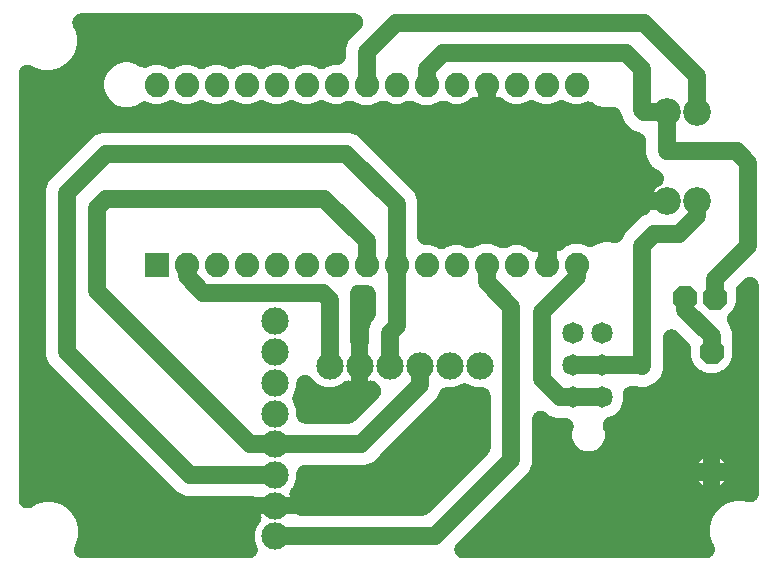
<source format=gbr>
G04 EAGLE Gerber RS-274X export*
G75*
%MOMM*%
%FSLAX34Y34*%
%LPD*%
%INBottom Copper*%
%IPPOS*%
%AMOC8*
5,1,8,0,0,1.08239X$1,22.5*%
G01*
%ADD10R,2.080000X2.080000*%
%ADD11C,2.080000*%
%ADD12P,2.287394X8X202.500000*%
%ADD13P,2.287394X8X112.500000*%
%ADD14C,2.316600*%
%ADD15C,2.340000*%
%ADD16C,1.820000*%
%ADD17C,1.500000*%

G36*
X167332Y175273D02*
X167332Y175273D01*
X167562Y175275D01*
X167718Y175293D01*
X167875Y175301D01*
X168103Y175336D01*
X168332Y175362D01*
X168485Y175396D01*
X168640Y175420D01*
X168863Y175479D01*
X169088Y175529D01*
X169237Y175578D01*
X169389Y175618D01*
X169604Y175699D01*
X169823Y175772D01*
X169966Y175836D01*
X170113Y175892D01*
X170319Y175995D01*
X170529Y176090D01*
X170665Y176169D01*
X170805Y176239D01*
X170999Y176363D01*
X171199Y176479D01*
X171325Y176571D01*
X171458Y176656D01*
X171638Y176799D01*
X171824Y176935D01*
X171941Y177040D01*
X172064Y177137D01*
X172228Y177298D01*
X172400Y177453D01*
X172505Y177569D01*
X172617Y177679D01*
X172765Y177856D01*
X172919Y178027D01*
X173011Y178154D01*
X173112Y178275D01*
X173240Y178466D01*
X173376Y178652D01*
X173455Y178788D01*
X173542Y178918D01*
X173650Y179122D01*
X173766Y179321D01*
X173831Y179464D01*
X173904Y179603D01*
X173990Y179817D01*
X174085Y180027D01*
X174135Y180176D01*
X174193Y180321D01*
X174257Y180542D01*
X174330Y180761D01*
X174364Y180915D01*
X174407Y181065D01*
X174447Y181292D01*
X174497Y181517D01*
X174515Y181673D01*
X174543Y181828D01*
X174560Y182057D01*
X174586Y182286D01*
X174588Y182443D01*
X174599Y182600D01*
X174592Y182830D01*
X174595Y183061D01*
X174581Y183217D01*
X174576Y183374D01*
X174545Y183602D01*
X174524Y183832D01*
X174494Y183986D01*
X174473Y184141D01*
X174419Y184365D01*
X174374Y184591D01*
X174337Y184702D01*
X174291Y184894D01*
X174033Y185624D01*
X174031Y185627D01*
X174030Y185630D01*
X172051Y190407D01*
X172051Y197403D01*
X174728Y203865D01*
X175641Y204779D01*
X175709Y204853D01*
X175782Y204923D01*
X175968Y205140D01*
X176160Y205354D01*
X176219Y205435D01*
X176285Y205511D01*
X176447Y205747D01*
X176616Y205979D01*
X176667Y206066D01*
X176724Y206149D01*
X176861Y206400D01*
X177006Y206648D01*
X177047Y206740D01*
X177096Y206828D01*
X177206Y207093D01*
X177324Y207354D01*
X177356Y207449D01*
X177395Y207542D01*
X177478Y207816D01*
X177568Y208089D01*
X177590Y208187D01*
X177619Y208283D01*
X177673Y208564D01*
X177735Y208845D01*
X177747Y208945D01*
X177766Y209044D01*
X177791Y209329D01*
X177823Y209614D01*
X177824Y209715D01*
X177833Y209815D01*
X177829Y210102D01*
X177832Y210388D01*
X177822Y210489D01*
X177821Y210589D01*
X177787Y210874D01*
X177760Y211159D01*
X177740Y211258D01*
X177728Y211358D01*
X177665Y211638D01*
X177609Y211919D01*
X177580Y212015D01*
X177557Y212113D01*
X177466Y212385D01*
X177459Y212406D01*
X189635Y212406D01*
X207528Y212406D01*
X207688Y212321D01*
X207956Y212172D01*
X208030Y212140D01*
X208101Y212103D01*
X208385Y211988D01*
X208668Y211867D01*
X208745Y211843D01*
X208819Y211813D01*
X209114Y211729D01*
X209408Y211638D01*
X209486Y211622D01*
X209564Y211600D01*
X209866Y211546D01*
X210167Y211486D01*
X210231Y211481D01*
X210326Y211464D01*
X211098Y211407D01*
X211195Y211410D01*
X211258Y211406D01*
X314050Y211406D01*
X314123Y211410D01*
X314197Y211407D01*
X314510Y211430D01*
X314823Y211446D01*
X314896Y211457D01*
X314969Y211462D01*
X315278Y211517D01*
X315588Y211565D01*
X315659Y211584D01*
X315732Y211597D01*
X316034Y211683D01*
X316337Y211763D01*
X316405Y211789D01*
X316476Y211809D01*
X316768Y211926D01*
X317061Y212037D01*
X317126Y212070D01*
X317195Y212097D01*
X317473Y212243D01*
X317753Y212384D01*
X317815Y212424D01*
X317880Y212458D01*
X318141Y212632D01*
X318406Y212801D01*
X318463Y212846D01*
X318525Y212887D01*
X318638Y212985D01*
X319012Y213282D01*
X319236Y213502D01*
X319352Y213602D01*
X369563Y263813D01*
X369612Y263867D01*
X369666Y263918D01*
X369871Y264155D01*
X370081Y264388D01*
X370125Y264447D01*
X370173Y264503D01*
X370353Y264759D01*
X370538Y265013D01*
X370575Y265077D01*
X370617Y265137D01*
X370769Y265411D01*
X370927Y265682D01*
X370958Y265749D01*
X370993Y265814D01*
X371117Y266102D01*
X371246Y266388D01*
X371269Y266458D01*
X371298Y266526D01*
X371391Y266825D01*
X371490Y267123D01*
X371506Y267195D01*
X371527Y267265D01*
X371589Y267573D01*
X371657Y267879D01*
X371665Y267952D01*
X371679Y268024D01*
X371690Y268174D01*
X371745Y268648D01*
X371748Y268962D01*
X371759Y269115D01*
X371759Y312817D01*
X371743Y313124D01*
X371734Y313431D01*
X371723Y313510D01*
X371719Y313590D01*
X371672Y313893D01*
X371631Y314198D01*
X371612Y314276D01*
X371600Y314355D01*
X371522Y314652D01*
X371449Y314951D01*
X371422Y315027D01*
X371402Y315104D01*
X371294Y315390D01*
X371191Y315681D01*
X371156Y315753D01*
X371128Y315828D01*
X370991Y316102D01*
X370859Y316380D01*
X370817Y316449D01*
X370781Y316520D01*
X370616Y316779D01*
X370456Y317042D01*
X370408Y317105D01*
X370364Y317173D01*
X370174Y317413D01*
X369987Y317658D01*
X369933Y317717D01*
X369883Y317779D01*
X369668Y317999D01*
X369458Y318223D01*
X369397Y318275D01*
X369341Y318333D01*
X369104Y318529D01*
X368873Y318730D01*
X368807Y318776D01*
X368745Y318827D01*
X368490Y318998D01*
X368238Y319174D01*
X368168Y319213D01*
X368102Y319258D01*
X367830Y319401D01*
X367562Y319550D01*
X367488Y319582D01*
X367417Y319619D01*
X367132Y319734D01*
X366850Y319855D01*
X366773Y319879D01*
X366699Y319909D01*
X366404Y319993D01*
X366110Y320084D01*
X366032Y320100D01*
X365955Y320122D01*
X365653Y320176D01*
X365351Y320236D01*
X365287Y320241D01*
X365192Y320258D01*
X364420Y320315D01*
X364324Y320312D01*
X364260Y320316D01*
X358957Y320316D01*
X352625Y322939D01*
X352556Y322964D01*
X352488Y322994D01*
X352190Y323094D01*
X351895Y323198D01*
X351824Y323216D01*
X351754Y323239D01*
X351447Y323307D01*
X351143Y323381D01*
X351070Y323390D01*
X350998Y323406D01*
X350686Y323442D01*
X350375Y323484D01*
X350302Y323487D01*
X350229Y323495D01*
X349916Y323499D01*
X349601Y323509D01*
X349528Y323503D01*
X349454Y323504D01*
X349142Y323475D01*
X348829Y323453D01*
X348757Y323440D01*
X348683Y323433D01*
X348375Y323372D01*
X348067Y323318D01*
X347996Y323297D01*
X347924Y323283D01*
X347781Y323236D01*
X347322Y323105D01*
X347031Y322988D01*
X346885Y322939D01*
X340553Y320316D01*
X335054Y320316D01*
X334664Y320296D01*
X334287Y320277D01*
X334284Y320276D01*
X334281Y320276D01*
X333899Y320217D01*
X333522Y320158D01*
X333519Y320157D01*
X333516Y320157D01*
X333157Y320062D01*
X332773Y319961D01*
X332770Y319960D01*
X332767Y319959D01*
X332419Y319827D01*
X332049Y319688D01*
X332046Y319686D01*
X332043Y319685D01*
X331702Y319514D01*
X331356Y319341D01*
X331354Y319340D01*
X331351Y319338D01*
X331034Y319136D01*
X330703Y318925D01*
X330701Y318923D01*
X330698Y318921D01*
X330408Y318691D01*
X330097Y318444D01*
X330094Y318442D01*
X330092Y318440D01*
X329803Y318157D01*
X329543Y317903D01*
X329541Y317901D01*
X329538Y317898D01*
X329270Y317575D01*
X329048Y317308D01*
X329046Y317305D01*
X329044Y317302D01*
X328829Y316981D01*
X328617Y316664D01*
X328616Y316662D01*
X328613Y316659D01*
X328252Y315974D01*
X328178Y315791D01*
X328126Y315687D01*
X326491Y311742D01*
X320514Y305764D01*
X277796Y263046D01*
X271818Y257069D01*
X265386Y254404D01*
X214718Y254404D01*
X214411Y254388D01*
X214104Y254379D01*
X214025Y254368D01*
X213945Y254364D01*
X213642Y254317D01*
X213337Y254276D01*
X213259Y254257D01*
X213180Y254245D01*
X212883Y254167D01*
X212584Y254094D01*
X212508Y254067D01*
X212431Y254047D01*
X212145Y253939D01*
X211854Y253836D01*
X211782Y253801D01*
X211707Y253773D01*
X211433Y253636D01*
X211155Y253504D01*
X211086Y253462D01*
X211015Y253426D01*
X210756Y253261D01*
X210493Y253101D01*
X210430Y253053D01*
X210362Y253009D01*
X210122Y252819D01*
X209877Y252632D01*
X209818Y252578D01*
X209756Y252528D01*
X209536Y252313D01*
X209312Y252103D01*
X209260Y252042D01*
X209202Y251986D01*
X209006Y251749D01*
X208805Y251518D01*
X208759Y251452D01*
X208708Y251390D01*
X208537Y251135D01*
X208361Y250883D01*
X208322Y250813D01*
X208277Y250747D01*
X208134Y250475D01*
X207985Y250207D01*
X207953Y250133D01*
X207916Y250062D01*
X207801Y249777D01*
X207680Y249495D01*
X207656Y249418D01*
X207626Y249344D01*
X207542Y249049D01*
X207451Y248755D01*
X207435Y248677D01*
X207413Y248600D01*
X207359Y248298D01*
X207299Y247996D01*
X207294Y247932D01*
X207277Y247837D01*
X207220Y247065D01*
X207223Y246969D01*
X207219Y246905D01*
X207219Y242407D01*
X204542Y235945D01*
X203629Y235031D01*
X203561Y234957D01*
X203488Y234887D01*
X203302Y234670D01*
X203110Y234456D01*
X203051Y234375D01*
X202985Y234299D01*
X202823Y234063D01*
X202654Y233831D01*
X202603Y233744D01*
X202546Y233661D01*
X202408Y233410D01*
X202264Y233162D01*
X202223Y233070D01*
X202174Y232982D01*
X202064Y232717D01*
X201946Y232456D01*
X201914Y232361D01*
X201875Y232268D01*
X201792Y231994D01*
X201702Y231721D01*
X201680Y231623D01*
X201651Y231527D01*
X201597Y231246D01*
X201535Y230965D01*
X201523Y230865D01*
X201504Y230766D01*
X201479Y230481D01*
X201447Y230196D01*
X201446Y230095D01*
X201437Y229995D01*
X201441Y229708D01*
X201438Y229422D01*
X201448Y229321D01*
X201449Y229221D01*
X201483Y228936D01*
X201510Y228651D01*
X201530Y228552D01*
X201542Y228452D01*
X201605Y228172D01*
X201661Y227891D01*
X201690Y227795D01*
X201713Y227697D01*
X201804Y227425D01*
X201811Y227404D01*
X189635Y227404D01*
X171742Y227404D01*
X171582Y227489D01*
X171314Y227638D01*
X171240Y227670D01*
X171169Y227707D01*
X170884Y227822D01*
X170602Y227943D01*
X170525Y227967D01*
X170451Y227997D01*
X170156Y228081D01*
X169862Y228172D01*
X169784Y228188D01*
X169707Y228210D01*
X169405Y228264D01*
X169103Y228324D01*
X169039Y228329D01*
X168944Y228346D01*
X168172Y228403D01*
X168076Y228400D01*
X168012Y228404D01*
X113514Y228404D01*
X107082Y231069D01*
X-2136Y340287D01*
X-4801Y346719D01*
X-4801Y487981D01*
X-2136Y494413D01*
X3841Y500391D01*
X36287Y532836D01*
X42719Y535501D01*
X252881Y535501D01*
X259313Y532836D01*
X306936Y485213D01*
X309601Y478781D01*
X309601Y447920D01*
X309617Y447613D01*
X309626Y447306D01*
X309637Y447227D01*
X309641Y447147D01*
X309688Y446844D01*
X309729Y446539D01*
X309748Y446461D01*
X309760Y446382D01*
X309838Y446085D01*
X309911Y445786D01*
X309938Y445710D01*
X309958Y445633D01*
X310066Y445347D01*
X310169Y445056D01*
X310204Y444984D01*
X310232Y444909D01*
X310369Y444635D01*
X310501Y444357D01*
X310543Y444288D01*
X310579Y444217D01*
X310744Y443958D01*
X310904Y443695D01*
X310952Y443632D01*
X310996Y443564D01*
X311186Y443324D01*
X311373Y443079D01*
X311427Y443020D01*
X311477Y442958D01*
X311692Y442738D01*
X311902Y442514D01*
X311963Y442462D01*
X312019Y442404D01*
X312256Y442208D01*
X312487Y442007D01*
X312553Y441961D01*
X312615Y441910D01*
X312870Y441739D01*
X313122Y441563D01*
X313192Y441524D01*
X313258Y441479D01*
X313530Y441336D01*
X313798Y441187D01*
X313872Y441155D01*
X313943Y441118D01*
X314228Y441003D01*
X314510Y440882D01*
X314587Y440858D01*
X314661Y440828D01*
X314956Y440744D01*
X315250Y440653D01*
X315328Y440637D01*
X315405Y440615D01*
X315707Y440561D01*
X316009Y440501D01*
X316073Y440496D01*
X316168Y440479D01*
X316940Y440422D01*
X317036Y440425D01*
X317100Y440421D01*
X320762Y440421D01*
X327330Y437700D01*
X327399Y437676D01*
X327467Y437645D01*
X327765Y437546D01*
X328060Y437441D01*
X328131Y437424D01*
X328201Y437401D01*
X328508Y437333D01*
X328812Y437259D01*
X328885Y437249D01*
X328957Y437233D01*
X329269Y437197D01*
X329580Y437155D01*
X329653Y437153D01*
X329726Y437144D01*
X330039Y437141D01*
X330354Y437131D01*
X330427Y437136D01*
X330501Y437135D01*
X330813Y437164D01*
X331126Y437187D01*
X331198Y437200D01*
X331272Y437206D01*
X331579Y437267D01*
X331888Y437322D01*
X331959Y437342D01*
X332031Y437356D01*
X332174Y437404D01*
X332633Y437535D01*
X332924Y437652D01*
X333070Y437700D01*
X339638Y440421D01*
X346162Y440421D01*
X351293Y438296D01*
X351362Y438271D01*
X351429Y438241D01*
X351499Y438217D01*
X351549Y438196D01*
X351744Y438135D01*
X352023Y438037D01*
X352094Y438019D01*
X352164Y437996D01*
X352267Y437973D01*
X352289Y437966D01*
X352380Y437948D01*
X352471Y437928D01*
X352775Y437854D01*
X352848Y437844D01*
X352920Y437828D01*
X353231Y437792D01*
X353542Y437750D01*
X353616Y437748D01*
X353689Y437740D01*
X354002Y437736D01*
X354316Y437726D01*
X354390Y437732D01*
X354463Y437731D01*
X354776Y437759D01*
X355089Y437782D01*
X355161Y437795D01*
X355235Y437802D01*
X355542Y437863D01*
X355683Y437887D01*
X355725Y437894D01*
X355735Y437897D01*
X355851Y437917D01*
X355922Y437937D01*
X355994Y437952D01*
X356137Y437999D01*
X356310Y438049D01*
X356473Y438092D01*
X356512Y438106D01*
X356596Y438130D01*
X356887Y438247D01*
X357033Y438296D01*
X364819Y441521D01*
X371781Y441521D01*
X379567Y438296D01*
X379637Y438271D01*
X379704Y438241D01*
X379773Y438217D01*
X379824Y438196D01*
X380019Y438135D01*
X380297Y438037D01*
X380368Y438019D01*
X380438Y437996D01*
X380541Y437973D01*
X380563Y437966D01*
X380654Y437948D01*
X380745Y437928D01*
X381050Y437854D01*
X381122Y437844D01*
X381194Y437828D01*
X381506Y437792D01*
X381817Y437750D01*
X381891Y437748D01*
X381964Y437740D01*
X382277Y437736D01*
X382591Y437726D01*
X382664Y437732D01*
X382738Y437731D01*
X383050Y437759D01*
X383363Y437782D01*
X383436Y437795D01*
X383509Y437802D01*
X383817Y437862D01*
X383959Y437888D01*
X383999Y437894D01*
X384009Y437897D01*
X384126Y437917D01*
X384196Y437937D01*
X384269Y437952D01*
X384411Y437999D01*
X384585Y438049D01*
X384748Y438092D01*
X384787Y438106D01*
X384870Y438130D01*
X385161Y438247D01*
X385307Y438296D01*
X390438Y440421D01*
X396962Y440421D01*
X402990Y437924D01*
X404159Y436755D01*
X404234Y436688D01*
X404303Y436615D01*
X404522Y436428D01*
X404734Y436236D01*
X404815Y436177D01*
X404892Y436112D01*
X405129Y435948D01*
X405360Y435780D01*
X405446Y435729D01*
X405529Y435672D01*
X405781Y435534D01*
X406029Y435390D01*
X406121Y435349D01*
X406209Y435301D01*
X406473Y435190D01*
X406735Y435072D01*
X406830Y435040D01*
X406923Y435001D01*
X407197Y434918D01*
X407470Y434828D01*
X407568Y434806D01*
X407664Y434777D01*
X407946Y434723D01*
X408226Y434661D01*
X408325Y434650D01*
X408424Y434631D01*
X408710Y434606D01*
X408995Y434573D01*
X409095Y434572D01*
X409195Y434563D01*
X409482Y434568D01*
X409769Y434565D01*
X409869Y434574D01*
X409970Y434576D01*
X410255Y434610D01*
X410540Y434636D01*
X410639Y434656D01*
X410738Y434668D01*
X411018Y434731D01*
X411300Y434787D01*
X411396Y434817D01*
X411494Y434839D01*
X411601Y434875D01*
X411601Y424020D01*
X411616Y423713D01*
X411626Y423407D01*
X411636Y423327D01*
X411641Y423247D01*
X411688Y422944D01*
X411729Y422639D01*
X411748Y422561D01*
X411760Y422482D01*
X411838Y422186D01*
X411911Y421886D01*
X411937Y421811D01*
X411958Y421733D01*
X412066Y421447D01*
X412169Y421157D01*
X412203Y421084D01*
X412232Y421009D01*
X412369Y420735D01*
X412501Y420457D01*
X412543Y420389D01*
X412579Y420317D01*
X412744Y420058D01*
X412904Y419796D01*
X412952Y419732D01*
X412995Y419664D01*
X413186Y419424D01*
X413372Y419179D01*
X413427Y419121D01*
X413477Y419058D01*
X413692Y418839D01*
X413902Y418615D01*
X413963Y418562D01*
X414019Y418505D01*
X414255Y418308D01*
X414487Y418107D01*
X414553Y418062D01*
X414615Y418010D01*
X414870Y417839D01*
X415121Y417663D01*
X415192Y417624D01*
X415258Y417580D01*
X415530Y417436D01*
X415798Y417287D01*
X415872Y417255D01*
X415943Y417218D01*
X416228Y417103D01*
X416510Y416982D01*
X416587Y416959D01*
X416661Y416929D01*
X416956Y416844D01*
X417250Y416753D01*
X417328Y416737D01*
X417405Y416715D01*
X417707Y416661D01*
X418009Y416601D01*
X418072Y416596D01*
X418167Y416579D01*
X418940Y416523D01*
X419036Y416526D01*
X419100Y416521D01*
X419407Y416537D01*
X419714Y416546D01*
X419793Y416557D01*
X419873Y416561D01*
X420177Y416608D01*
X420481Y416649D01*
X420559Y416668D01*
X420638Y416681D01*
X420935Y416759D01*
X421234Y416831D01*
X421310Y416858D01*
X421387Y416878D01*
X421673Y416987D01*
X421964Y417089D01*
X422037Y417124D01*
X422111Y417152D01*
X422386Y417290D01*
X422663Y417422D01*
X422732Y417463D01*
X422803Y417499D01*
X423062Y417665D01*
X423325Y417824D01*
X423389Y417873D01*
X423456Y417916D01*
X423696Y418107D01*
X423941Y418293D01*
X424000Y418348D01*
X424062Y418398D01*
X424282Y418612D01*
X424506Y418823D01*
X424558Y418883D01*
X424616Y418939D01*
X424812Y419176D01*
X425013Y419408D01*
X425059Y419473D01*
X425110Y419535D01*
X425281Y419791D01*
X425457Y420042D01*
X425496Y420112D01*
X425541Y420179D01*
X425684Y420450D01*
X425833Y420719D01*
X425865Y420792D01*
X425902Y420863D01*
X426017Y421148D01*
X426138Y421431D01*
X426162Y421507D01*
X426192Y421581D01*
X426276Y421877D01*
X426368Y422170D01*
X426383Y422249D01*
X426405Y422326D01*
X426459Y422628D01*
X426520Y422929D01*
X426524Y422993D01*
X426541Y423088D01*
X426598Y423860D01*
X426595Y423957D01*
X426599Y424020D01*
X426599Y435172D01*
X426707Y435157D01*
X427078Y435107D01*
X427081Y435107D01*
X427084Y435106D01*
X427485Y435094D01*
X427852Y435082D01*
X427855Y435082D01*
X427858Y435082D01*
X428233Y435109D01*
X428624Y435137D01*
X428627Y435138D01*
X428630Y435138D01*
X429008Y435205D01*
X429387Y435272D01*
X429390Y435273D01*
X429393Y435273D01*
X429769Y435381D01*
X430131Y435484D01*
X430134Y435485D01*
X430137Y435486D01*
X430489Y435627D01*
X430850Y435772D01*
X430853Y435774D01*
X430856Y435775D01*
X431208Y435960D01*
X431535Y436133D01*
X431538Y436134D01*
X431541Y436136D01*
X431878Y436361D01*
X432179Y436562D01*
X432181Y436564D01*
X432185Y436566D01*
X432781Y437060D01*
X432919Y437201D01*
X433007Y437277D01*
X434587Y438856D01*
X441019Y441521D01*
X447981Y441521D01*
X452791Y439528D01*
X452959Y439469D01*
X453122Y439400D01*
X453323Y439340D01*
X453521Y439269D01*
X453693Y439227D01*
X453863Y439176D01*
X454069Y439136D01*
X454274Y439087D01*
X454450Y439063D01*
X454623Y439030D01*
X454832Y439011D01*
X455041Y438983D01*
X455218Y438977D01*
X455395Y438962D01*
X455604Y438965D01*
X455815Y438959D01*
X455992Y438972D01*
X456169Y438975D01*
X456377Y439000D01*
X456587Y439015D01*
X456762Y439046D01*
X456938Y439067D01*
X457143Y439113D01*
X457350Y439150D01*
X457520Y439199D01*
X457693Y439238D01*
X457892Y439305D01*
X458094Y439363D01*
X458259Y439429D01*
X458426Y439486D01*
X458556Y439549D01*
X458813Y439652D01*
X459294Y439905D01*
X459411Y439962D01*
X462547Y441772D01*
X467392Y443071D01*
X472408Y443071D01*
X474986Y442380D01*
X475185Y442337D01*
X475382Y442285D01*
X475563Y442257D01*
X475743Y442219D01*
X475946Y442197D01*
X476147Y442165D01*
X476330Y442156D01*
X476513Y442136D01*
X476716Y442135D01*
X476920Y442125D01*
X477103Y442134D01*
X477287Y442133D01*
X477490Y442154D01*
X477693Y442164D01*
X477874Y442192D01*
X478057Y442210D01*
X478258Y442252D01*
X478458Y442283D01*
X478635Y442329D01*
X478816Y442366D01*
X479011Y442428D01*
X479207Y442480D01*
X479379Y442544D01*
X479554Y442600D01*
X479742Y442681D01*
X479932Y442753D01*
X480096Y442835D01*
X480264Y442908D01*
X480442Y443009D01*
X480624Y443100D01*
X480779Y443198D01*
X480939Y443288D01*
X481105Y443406D01*
X481277Y443516D01*
X481421Y443630D01*
X481571Y443736D01*
X481724Y443870D01*
X481884Y443997D01*
X482015Y444125D01*
X482153Y444246D01*
X482292Y444396D01*
X482438Y444538D01*
X482555Y444679D01*
X482680Y444814D01*
X482802Y444976D01*
X482933Y445133D01*
X483035Y445286D01*
X483145Y445433D01*
X483250Y445607D01*
X483364Y445777D01*
X483423Y445894D01*
X483544Y446096D01*
X483818Y446680D01*
X483855Y446754D01*
X485164Y449913D01*
X500087Y464836D01*
X503145Y466103D01*
X503329Y466191D01*
X503517Y466269D01*
X503678Y466357D01*
X503844Y466436D01*
X504018Y466542D01*
X504197Y466640D01*
X504348Y466743D01*
X504505Y466839D01*
X504667Y466963D01*
X504835Y467078D01*
X504975Y467197D01*
X505121Y467308D01*
X505269Y467448D01*
X505425Y467580D01*
X505551Y467713D01*
X505685Y467838D01*
X505818Y467993D01*
X505959Y468140D01*
X506071Y468285D01*
X506192Y468424D01*
X506309Y468591D01*
X506433Y468752D01*
X506530Y468908D01*
X506635Y469059D01*
X506734Y469237D01*
X506842Y469410D01*
X506922Y469575D01*
X507011Y469736D01*
X507091Y469923D01*
X507180Y470107D01*
X507229Y470241D01*
X521520Y470241D01*
X521827Y470256D01*
X522133Y470266D01*
X522213Y470276D01*
X522293Y470281D01*
X522596Y470328D01*
X522901Y470369D01*
X522979Y470388D01*
X523058Y470400D01*
X523354Y470478D01*
X523654Y470551D01*
X523729Y470577D01*
X523807Y470598D01*
X524093Y470706D01*
X524383Y470809D01*
X524456Y470843D01*
X524531Y470872D01*
X524805Y471009D01*
X525083Y471141D01*
X525151Y471183D01*
X525223Y471219D01*
X525482Y471384D01*
X525744Y471544D01*
X525808Y471592D01*
X525876Y471635D01*
X526116Y471826D01*
X526361Y472012D01*
X526419Y472067D01*
X526482Y472117D01*
X526701Y472332D01*
X526925Y472542D01*
X526978Y472603D01*
X527035Y472659D01*
X527232Y472895D01*
X527433Y473127D01*
X527478Y473193D01*
X527530Y473255D01*
X527701Y473510D01*
X527877Y473761D01*
X527916Y473832D01*
X527960Y473898D01*
X528104Y474169D01*
X528253Y474438D01*
X528285Y474512D01*
X528322Y474583D01*
X528437Y474868D01*
X528558Y475150D01*
X528581Y475227D01*
X528611Y475301D01*
X528696Y475596D01*
X528787Y475890D01*
X528803Y475968D01*
X528825Y476045D01*
X528879Y476347D01*
X528939Y476649D01*
X528944Y476712D01*
X528961Y476807D01*
X529017Y477580D01*
X529014Y477676D01*
X529019Y477740D01*
X529003Y478047D01*
X528994Y478354D01*
X528983Y478433D01*
X528979Y478513D01*
X528932Y478817D01*
X528891Y479121D01*
X528872Y479199D01*
X528859Y479278D01*
X528781Y479575D01*
X528709Y479874D01*
X528682Y479950D01*
X528662Y480027D01*
X528553Y480313D01*
X528451Y480604D01*
X528416Y480677D01*
X528388Y480751D01*
X528250Y481026D01*
X528118Y481303D01*
X528077Y481372D01*
X528041Y481443D01*
X527875Y481702D01*
X527716Y481965D01*
X527667Y482029D01*
X527624Y482096D01*
X527433Y482336D01*
X527247Y482581D01*
X527192Y482640D01*
X527142Y482702D01*
X526928Y482922D01*
X526717Y483146D01*
X526657Y483198D01*
X526601Y483256D01*
X526364Y483452D01*
X526132Y483653D01*
X526067Y483699D01*
X526005Y483750D01*
X525749Y483921D01*
X525498Y484097D01*
X525428Y484136D01*
X525361Y484181D01*
X525090Y484324D01*
X524821Y484473D01*
X524748Y484505D01*
X524677Y484542D01*
X524392Y484657D01*
X524109Y484778D01*
X524033Y484802D01*
X523959Y484832D01*
X523663Y484916D01*
X523370Y485008D01*
X523291Y485023D01*
X523214Y485045D01*
X522912Y485099D01*
X522611Y485160D01*
X522547Y485164D01*
X522452Y485181D01*
X521680Y485238D01*
X521583Y485235D01*
X521520Y485239D01*
X509406Y485239D01*
X509654Y485669D01*
X510790Y487150D01*
X512110Y488470D01*
X513591Y489606D01*
X514721Y490259D01*
X514958Y490412D01*
X515199Y490559D01*
X515283Y490623D01*
X515371Y490680D01*
X515591Y490857D01*
X515815Y491028D01*
X515892Y491100D01*
X515974Y491166D01*
X516174Y491364D01*
X516380Y491558D01*
X516449Y491637D01*
X516523Y491711D01*
X516702Y491929D01*
X516887Y492143D01*
X516947Y492229D01*
X517014Y492311D01*
X517169Y492546D01*
X517331Y492777D01*
X517382Y492870D01*
X517440Y492957D01*
X517569Y493207D01*
X517707Y493454D01*
X517748Y493551D01*
X517797Y493644D01*
X517900Y493907D01*
X518011Y494166D01*
X518042Y494267D01*
X518081Y494365D01*
X518157Y494636D01*
X518240Y494906D01*
X518261Y495009D01*
X518289Y495110D01*
X518337Y495388D01*
X518392Y495665D01*
X518402Y495770D01*
X518419Y495874D01*
X518438Y496155D01*
X518465Y496436D01*
X518464Y496541D01*
X518470Y496646D01*
X518460Y496928D01*
X518457Y497210D01*
X518445Y497315D01*
X518442Y497420D01*
X518402Y497699D01*
X518370Y497980D01*
X518348Y498083D01*
X518333Y498187D01*
X518265Y498460D01*
X518204Y498736D01*
X518171Y498836D01*
X518146Y498938D01*
X518050Y499203D01*
X517961Y499471D01*
X517918Y499567D01*
X517882Y499666D01*
X517760Y499920D01*
X517644Y500177D01*
X517591Y500268D01*
X517545Y500363D01*
X517397Y500603D01*
X517255Y500847D01*
X517193Y500932D01*
X517138Y501022D01*
X516965Y501245D01*
X516800Y501473D01*
X516729Y501551D01*
X516665Y501635D01*
X516470Y501840D01*
X516282Y502049D01*
X516204Y502119D01*
X516131Y502196D01*
X515917Y502379D01*
X515708Y502568D01*
X515623Y502630D01*
X515543Y502699D01*
X515311Y502859D01*
X515083Y503025D01*
X514992Y503079D01*
X514905Y503138D01*
X514870Y503157D01*
X513552Y504099D01*
X513294Y504264D01*
X513041Y504433D01*
X512983Y504462D01*
X512900Y504516D01*
X512208Y504863D01*
X512119Y504897D01*
X512063Y504925D01*
X511487Y505164D01*
X510488Y506162D01*
X510435Y506210D01*
X510386Y506263D01*
X510271Y506358D01*
X509913Y506680D01*
X509662Y506864D01*
X509544Y506962D01*
X508395Y507782D01*
X508065Y508312D01*
X507889Y508563D01*
X507720Y508817D01*
X507678Y508866D01*
X507621Y508947D01*
X507115Y509533D01*
X507046Y509598D01*
X507005Y509645D01*
X506564Y510087D01*
X506023Y511391D01*
X505992Y511456D01*
X505967Y511523D01*
X505898Y511655D01*
X505690Y512090D01*
X505529Y512356D01*
X505457Y512491D01*
X504710Y513689D01*
X504607Y514305D01*
X504541Y514603D01*
X504482Y514904D01*
X504462Y514965D01*
X504440Y515061D01*
X504197Y515796D01*
X504158Y515883D01*
X504138Y515942D01*
X503835Y516673D01*
X503822Y516816D01*
X503776Y517049D01*
X503740Y517283D01*
X503701Y517428D01*
X503699Y517439D01*
X503699Y519131D01*
X503696Y519203D01*
X503698Y519275D01*
X503684Y519423D01*
X503659Y519904D01*
X503611Y520211D01*
X503597Y520364D01*
X503365Y521757D01*
X503506Y522365D01*
X503559Y522666D01*
X503619Y522966D01*
X503624Y523030D01*
X503641Y523127D01*
X503698Y523900D01*
X503695Y523994D01*
X503699Y524057D01*
X503699Y528397D01*
X503679Y528786D01*
X503660Y529164D01*
X503659Y529167D01*
X503659Y529170D01*
X503600Y529552D01*
X503541Y529929D01*
X503540Y529932D01*
X503540Y529935D01*
X503446Y530290D01*
X503344Y530678D01*
X503343Y530681D01*
X503342Y530684D01*
X503213Y531026D01*
X503071Y531402D01*
X503069Y531405D01*
X503068Y531408D01*
X502897Y531749D01*
X502724Y532095D01*
X502723Y532097D01*
X502721Y532100D01*
X502511Y532430D01*
X502308Y532748D01*
X502306Y532750D01*
X502304Y532753D01*
X502067Y533051D01*
X501827Y533354D01*
X501825Y533357D01*
X501823Y533359D01*
X501550Y533638D01*
X501286Y533908D01*
X501284Y533910D01*
X501281Y533913D01*
X500985Y534158D01*
X500691Y534403D01*
X500688Y534405D01*
X500685Y534407D01*
X500361Y534624D01*
X500047Y534834D01*
X500045Y534835D01*
X500042Y534838D01*
X499357Y535199D01*
X499174Y535273D01*
X499070Y535325D01*
X491977Y538264D01*
X485164Y545077D01*
X482303Y551982D01*
X482284Y552086D01*
X482208Y552335D01*
X482142Y552587D01*
X482097Y552706D01*
X482061Y552827D01*
X481960Y553068D01*
X481868Y553311D01*
X481811Y553425D01*
X481762Y553542D01*
X481638Y553771D01*
X481521Y554003D01*
X481453Y554110D01*
X481392Y554222D01*
X481244Y554437D01*
X481104Y554656D01*
X481026Y554755D01*
X480954Y554860D01*
X480785Y555059D01*
X480623Y555262D01*
X480534Y555353D01*
X480452Y555450D01*
X480264Y555629D01*
X480081Y555816D01*
X479983Y555897D01*
X479892Y555984D01*
X479686Y556144D01*
X479485Y556310D01*
X479380Y556381D01*
X479279Y556458D01*
X479058Y556596D01*
X478842Y556740D01*
X478730Y556800D01*
X478621Y556867D01*
X478387Y556981D01*
X478157Y557102D01*
X478039Y557150D01*
X477925Y557205D01*
X477681Y557294D01*
X477439Y557392D01*
X477317Y557427D01*
X477197Y557470D01*
X476945Y557533D01*
X476695Y557605D01*
X476570Y557628D01*
X476446Y557658D01*
X476189Y557695D01*
X475932Y557741D01*
X475806Y557750D01*
X475680Y557768D01*
X475419Y557779D01*
X475160Y557798D01*
X475033Y557794D01*
X474906Y557799D01*
X474647Y557782D01*
X474386Y557774D01*
X474260Y557757D01*
X474134Y557749D01*
X473977Y557719D01*
X473619Y557671D01*
X473216Y557574D01*
X473059Y557544D01*
X472408Y557369D01*
X467392Y557369D01*
X462547Y558668D01*
X458210Y561171D01*
X458053Y561252D01*
X457899Y561341D01*
X457708Y561428D01*
X457521Y561523D01*
X457355Y561587D01*
X457194Y561660D01*
X456995Y561726D01*
X456798Y561802D01*
X456627Y561849D01*
X456459Y561905D01*
X456254Y561950D01*
X456051Y562005D01*
X455876Y562034D01*
X455703Y562072D01*
X455495Y562096D01*
X455287Y562130D01*
X455110Y562141D01*
X454934Y562161D01*
X454724Y562163D01*
X454514Y562176D01*
X454337Y562168D01*
X454160Y562170D01*
X453951Y562151D01*
X453740Y562141D01*
X453565Y562115D01*
X453389Y562099D01*
X453183Y562058D01*
X452975Y562027D01*
X452803Y561983D01*
X452629Y561949D01*
X452492Y561903D01*
X452225Y561835D01*
X451714Y561646D01*
X451591Y561605D01*
X447762Y560019D01*
X441238Y560019D01*
X434670Y562740D01*
X434601Y562764D01*
X434533Y562795D01*
X434235Y562894D01*
X433940Y562999D01*
X433869Y563016D01*
X433799Y563039D01*
X433492Y563107D01*
X433188Y563181D01*
X433115Y563191D01*
X433043Y563207D01*
X432731Y563243D01*
X432420Y563285D01*
X432347Y563287D01*
X432274Y563296D01*
X431961Y563299D01*
X431646Y563309D01*
X431573Y563304D01*
X431499Y563305D01*
X431187Y563276D01*
X430874Y563253D01*
X430802Y563240D01*
X430728Y563234D01*
X430421Y563173D01*
X430112Y563118D01*
X430041Y563098D01*
X429969Y563084D01*
X429826Y563036D01*
X429367Y562905D01*
X429076Y562788D01*
X428930Y562740D01*
X422362Y560019D01*
X415838Y560019D01*
X409270Y562740D01*
X409201Y562764D01*
X409133Y562795D01*
X408835Y562894D01*
X408540Y562999D01*
X408469Y563016D01*
X408399Y563039D01*
X408092Y563107D01*
X407788Y563181D01*
X407715Y563191D01*
X407643Y563207D01*
X407331Y563243D01*
X407020Y563285D01*
X406947Y563287D01*
X406874Y563296D01*
X406561Y563299D01*
X406246Y563309D01*
X406173Y563304D01*
X406099Y563305D01*
X405787Y563276D01*
X405474Y563253D01*
X405402Y563240D01*
X405328Y563234D01*
X405021Y563173D01*
X404712Y563118D01*
X404641Y563098D01*
X404569Y563084D01*
X404426Y563036D01*
X403967Y562905D01*
X403676Y562788D01*
X403530Y562740D01*
X396962Y560019D01*
X390438Y560019D01*
X384410Y562516D01*
X383241Y563685D01*
X383166Y563752D01*
X383097Y563825D01*
X382878Y564012D01*
X382666Y564204D01*
X382585Y564263D01*
X382508Y564328D01*
X382271Y564491D01*
X382040Y564660D01*
X381954Y564711D01*
X381871Y564768D01*
X381619Y564906D01*
X381371Y565050D01*
X381279Y565091D01*
X381191Y565139D01*
X380927Y565250D01*
X380665Y565368D01*
X380570Y565400D01*
X380477Y565439D01*
X380203Y565522D01*
X379930Y565612D01*
X379832Y565634D01*
X379736Y565663D01*
X379454Y565717D01*
X379174Y565779D01*
X379075Y565790D01*
X378976Y565809D01*
X378690Y565834D01*
X378405Y565867D01*
X378305Y565868D01*
X378205Y565877D01*
X377918Y565872D01*
X377631Y565875D01*
X377531Y565866D01*
X377430Y565864D01*
X377145Y565830D01*
X376860Y565804D01*
X376761Y565784D01*
X376662Y565772D01*
X376382Y565709D01*
X376100Y565653D01*
X376004Y565623D01*
X375906Y565601D01*
X375799Y565565D01*
X375799Y576420D01*
X375784Y576727D01*
X375774Y577033D01*
X375764Y577113D01*
X375759Y577193D01*
X375712Y577496D01*
X375671Y577801D01*
X375652Y577879D01*
X375640Y577958D01*
X375562Y578254D01*
X375489Y578554D01*
X375463Y578629D01*
X375442Y578707D01*
X375334Y578993D01*
X375231Y579283D01*
X375197Y579356D01*
X375168Y579431D01*
X375031Y579705D01*
X374899Y579983D01*
X374857Y580051D01*
X374821Y580123D01*
X374656Y580382D01*
X374496Y580644D01*
X374448Y580708D01*
X374405Y580776D01*
X374214Y581016D01*
X374028Y581261D01*
X373973Y581319D01*
X373923Y581382D01*
X373708Y581601D01*
X373498Y581825D01*
X373437Y581878D01*
X373381Y581935D01*
X373145Y582132D01*
X372913Y582333D01*
X372847Y582378D01*
X372785Y582430D01*
X372530Y582601D01*
X372278Y582777D01*
X372208Y582816D01*
X372142Y582860D01*
X371870Y583004D01*
X371602Y583153D01*
X371528Y583185D01*
X371457Y583222D01*
X371172Y583337D01*
X370890Y583458D01*
X370813Y583481D01*
X370739Y583511D01*
X370444Y583596D01*
X370150Y583687D01*
X370072Y583703D01*
X369995Y583725D01*
X369693Y583779D01*
X369391Y583839D01*
X369328Y583844D01*
X369232Y583861D01*
X368460Y583917D01*
X368364Y583914D01*
X368300Y583919D01*
X367993Y583903D01*
X367686Y583894D01*
X367607Y583883D01*
X367527Y583879D01*
X367223Y583832D01*
X366919Y583791D01*
X366841Y583772D01*
X366762Y583759D01*
X366465Y583681D01*
X366166Y583609D01*
X366090Y583582D01*
X366013Y583562D01*
X365726Y583453D01*
X365436Y583351D01*
X365363Y583316D01*
X365289Y583288D01*
X365014Y583150D01*
X364737Y583018D01*
X364668Y582977D01*
X364597Y582941D01*
X364338Y582775D01*
X364075Y582616D01*
X364011Y582567D01*
X363944Y582524D01*
X363704Y582333D01*
X363459Y582147D01*
X363400Y582092D01*
X363338Y582042D01*
X363118Y581828D01*
X362894Y581617D01*
X362842Y581557D01*
X362784Y581501D01*
X362588Y581264D01*
X362387Y581032D01*
X362341Y580967D01*
X362290Y580905D01*
X362119Y580649D01*
X361943Y580398D01*
X361904Y580328D01*
X361859Y580261D01*
X361716Y579990D01*
X361566Y579721D01*
X361535Y579648D01*
X361498Y579577D01*
X361383Y579292D01*
X361262Y579009D01*
X361238Y578933D01*
X361208Y578859D01*
X361124Y578563D01*
X361032Y578270D01*
X361017Y578191D01*
X360995Y578114D01*
X360941Y577812D01*
X360880Y577511D01*
X360876Y577447D01*
X360859Y577352D01*
X360802Y576580D01*
X360805Y576483D01*
X360801Y576420D01*
X360801Y565570D01*
X360530Y565636D01*
X360253Y565711D01*
X360154Y565727D01*
X360056Y565751D01*
X359772Y565790D01*
X359489Y565836D01*
X359388Y565842D01*
X359289Y565855D01*
X359002Y565865D01*
X358716Y565881D01*
X358615Y565877D01*
X358515Y565880D01*
X358229Y565860D01*
X357942Y565847D01*
X357843Y565832D01*
X357743Y565825D01*
X357460Y565775D01*
X357176Y565733D01*
X357079Y565708D01*
X356980Y565691D01*
X356704Y565612D01*
X356426Y565541D01*
X356332Y565506D01*
X356235Y565478D01*
X355969Y565371D01*
X355700Y565272D01*
X355610Y565228D01*
X355517Y565190D01*
X355262Y565056D01*
X355005Y564930D01*
X354920Y564876D01*
X354832Y564830D01*
X354593Y564671D01*
X354350Y564518D01*
X354271Y564456D01*
X354187Y564400D01*
X354066Y564296D01*
X353740Y564040D01*
X353480Y563789D01*
X353359Y563685D01*
X352190Y562516D01*
X346162Y560019D01*
X339638Y560019D01*
X334507Y562144D01*
X334438Y562169D01*
X334371Y562199D01*
X334073Y562299D01*
X333777Y562403D01*
X333706Y562421D01*
X333636Y562444D01*
X333329Y562512D01*
X333025Y562586D01*
X332952Y562596D01*
X332880Y562612D01*
X332569Y562648D01*
X332258Y562690D01*
X332184Y562692D01*
X332111Y562700D01*
X331798Y562704D01*
X331484Y562714D01*
X331410Y562708D01*
X331337Y562709D01*
X331024Y562681D01*
X330711Y562658D01*
X330639Y562645D01*
X330566Y562638D01*
X330258Y562578D01*
X329949Y562523D01*
X329878Y562503D01*
X329806Y562488D01*
X329663Y562441D01*
X329205Y562310D01*
X328913Y562193D01*
X328767Y562144D01*
X320981Y558919D01*
X314019Y558919D01*
X306233Y562144D01*
X306163Y562169D01*
X306096Y562199D01*
X305798Y562299D01*
X305503Y562403D01*
X305432Y562421D01*
X305361Y562444D01*
X305055Y562512D01*
X304750Y562586D01*
X304677Y562596D01*
X304606Y562612D01*
X304294Y562648D01*
X303983Y562690D01*
X303909Y562692D01*
X303836Y562700D01*
X303523Y562704D01*
X303209Y562714D01*
X303136Y562708D01*
X303062Y562709D01*
X302750Y562681D01*
X302437Y562658D01*
X302364Y562645D01*
X302291Y562638D01*
X301983Y562577D01*
X301674Y562523D01*
X301604Y562503D01*
X301531Y562488D01*
X301389Y562441D01*
X300930Y562310D01*
X300639Y562193D01*
X300493Y562144D01*
X295362Y560019D01*
X288838Y560019D01*
X283707Y562144D01*
X283638Y562169D01*
X283571Y562199D01*
X283273Y562299D01*
X282977Y562403D01*
X282906Y562421D01*
X282836Y562444D01*
X282530Y562512D01*
X282225Y562586D01*
X282152Y562596D01*
X282080Y562612D01*
X281769Y562648D01*
X281458Y562690D01*
X281384Y562692D01*
X281311Y562700D01*
X280998Y562704D01*
X280684Y562714D01*
X280610Y562708D01*
X280536Y562709D01*
X280224Y562681D01*
X279911Y562658D01*
X279839Y562645D01*
X279765Y562638D01*
X279458Y562578D01*
X279149Y562523D01*
X279078Y562503D01*
X279006Y562488D01*
X278864Y562441D01*
X278405Y562310D01*
X278113Y562193D01*
X277967Y562144D01*
X270181Y558919D01*
X263219Y558919D01*
X255433Y562144D01*
X255363Y562169D01*
X255296Y562199D01*
X254998Y562299D01*
X254703Y562403D01*
X254631Y562421D01*
X254561Y562444D01*
X254255Y562512D01*
X253950Y562586D01*
X253877Y562596D01*
X253806Y562612D01*
X253495Y562648D01*
X253183Y562690D01*
X253109Y562692D01*
X253036Y562700D01*
X252723Y562704D01*
X252409Y562714D01*
X252336Y562708D01*
X252262Y562709D01*
X251950Y562681D01*
X251637Y562658D01*
X251564Y562645D01*
X251491Y562638D01*
X251183Y562578D01*
X250875Y562523D01*
X250804Y562503D01*
X250731Y562488D01*
X250589Y562441D01*
X250130Y562310D01*
X249839Y562193D01*
X249693Y562144D01*
X244562Y560019D01*
X238038Y560019D01*
X231470Y562740D01*
X231401Y562764D01*
X231333Y562795D01*
X231036Y562894D01*
X230740Y562999D01*
X230669Y563016D01*
X230599Y563039D01*
X230292Y563107D01*
X229988Y563181D01*
X229915Y563191D01*
X229843Y563207D01*
X229532Y563243D01*
X229220Y563285D01*
X229147Y563287D01*
X229074Y563296D01*
X228761Y563299D01*
X228446Y563309D01*
X228373Y563304D01*
X228299Y563305D01*
X227987Y563276D01*
X227674Y563253D01*
X227602Y563240D01*
X227528Y563234D01*
X227221Y563173D01*
X226912Y563118D01*
X226841Y563098D01*
X226769Y563084D01*
X226626Y563036D01*
X226167Y562905D01*
X225876Y562788D01*
X225730Y562740D01*
X219162Y560019D01*
X212638Y560019D01*
X206070Y562740D01*
X206001Y562764D01*
X205933Y562795D01*
X205636Y562894D01*
X205340Y562999D01*
X205269Y563016D01*
X205199Y563039D01*
X204892Y563107D01*
X204588Y563181D01*
X204515Y563191D01*
X204443Y563207D01*
X204132Y563243D01*
X203820Y563285D01*
X203747Y563287D01*
X203674Y563296D01*
X203361Y563299D01*
X203046Y563309D01*
X202973Y563304D01*
X202899Y563305D01*
X202587Y563276D01*
X202274Y563253D01*
X202202Y563240D01*
X202128Y563234D01*
X201821Y563173D01*
X201512Y563118D01*
X201441Y563098D01*
X201369Y563084D01*
X201226Y563036D01*
X200767Y562905D01*
X200476Y562788D01*
X200330Y562740D01*
X193762Y560019D01*
X187238Y560019D01*
X180670Y562740D01*
X180601Y562764D01*
X180533Y562795D01*
X180236Y562894D01*
X179940Y562999D01*
X179869Y563016D01*
X179799Y563039D01*
X179492Y563107D01*
X179188Y563181D01*
X179115Y563191D01*
X179043Y563207D01*
X178732Y563243D01*
X178420Y563285D01*
X178347Y563287D01*
X178274Y563296D01*
X177961Y563299D01*
X177646Y563309D01*
X177573Y563304D01*
X177499Y563305D01*
X177187Y563276D01*
X176874Y563253D01*
X176802Y563240D01*
X176728Y563234D01*
X176421Y563173D01*
X176112Y563118D01*
X176041Y563098D01*
X175969Y563084D01*
X175826Y563036D01*
X175367Y562905D01*
X175076Y562788D01*
X174930Y562740D01*
X168362Y560019D01*
X161838Y560019D01*
X155270Y562740D01*
X155201Y562764D01*
X155133Y562795D01*
X154835Y562894D01*
X154540Y562999D01*
X154469Y563016D01*
X154399Y563039D01*
X154092Y563107D01*
X153788Y563181D01*
X153715Y563191D01*
X153643Y563207D01*
X153331Y563243D01*
X153020Y563285D01*
X152947Y563287D01*
X152874Y563296D01*
X152561Y563299D01*
X152246Y563309D01*
X152173Y563304D01*
X152099Y563305D01*
X151787Y563276D01*
X151474Y563253D01*
X151402Y563240D01*
X151328Y563234D01*
X151021Y563173D01*
X150712Y563118D01*
X150641Y563098D01*
X150569Y563084D01*
X150426Y563036D01*
X149967Y562905D01*
X149676Y562788D01*
X149530Y562740D01*
X142962Y560019D01*
X136438Y560019D01*
X129870Y562740D01*
X129801Y562764D01*
X129733Y562795D01*
X129435Y562894D01*
X129140Y562999D01*
X129069Y563016D01*
X128999Y563039D01*
X128692Y563107D01*
X128388Y563181D01*
X128315Y563191D01*
X128243Y563207D01*
X127931Y563243D01*
X127620Y563285D01*
X127547Y563287D01*
X127474Y563296D01*
X127161Y563299D01*
X126846Y563309D01*
X126773Y563304D01*
X126699Y563305D01*
X126387Y563276D01*
X126074Y563253D01*
X126002Y563240D01*
X125928Y563234D01*
X125621Y563173D01*
X125312Y563118D01*
X125241Y563098D01*
X125169Y563084D01*
X125026Y563036D01*
X124567Y562905D01*
X124276Y562788D01*
X124130Y562740D01*
X117562Y560019D01*
X111038Y560019D01*
X104470Y562740D01*
X104401Y562764D01*
X104333Y562795D01*
X104035Y562894D01*
X103740Y562999D01*
X103669Y563016D01*
X103599Y563039D01*
X103292Y563107D01*
X102988Y563181D01*
X102915Y563191D01*
X102843Y563207D01*
X102531Y563243D01*
X102220Y563285D01*
X102147Y563287D01*
X102074Y563296D01*
X101761Y563299D01*
X101446Y563309D01*
X101373Y563304D01*
X101299Y563305D01*
X100987Y563276D01*
X100674Y563253D01*
X100602Y563240D01*
X100528Y563234D01*
X100221Y563173D01*
X99912Y563118D01*
X99841Y563098D01*
X99769Y563084D01*
X99626Y563036D01*
X99167Y562905D01*
X98876Y562788D01*
X98730Y562740D01*
X92162Y560019D01*
X85638Y560019D01*
X81809Y561605D01*
X81642Y561664D01*
X81479Y561733D01*
X81278Y561794D01*
X81080Y561864D01*
X80908Y561906D01*
X80738Y561957D01*
X80531Y561997D01*
X80327Y562046D01*
X80151Y562070D01*
X79978Y562104D01*
X79768Y562122D01*
X79560Y562150D01*
X79382Y562156D01*
X79206Y562171D01*
X78996Y562168D01*
X78786Y562174D01*
X78609Y562162D01*
X78432Y562159D01*
X78223Y562134D01*
X78014Y562119D01*
X77839Y562088D01*
X77663Y562067D01*
X77458Y562020D01*
X77251Y561983D01*
X77080Y561935D01*
X76908Y561896D01*
X76709Y561828D01*
X76507Y561770D01*
X76342Y561704D01*
X76174Y561648D01*
X76044Y561585D01*
X75788Y561482D01*
X75306Y561228D01*
X75190Y561171D01*
X70853Y558668D01*
X66008Y557369D01*
X60992Y557369D01*
X56147Y558668D01*
X51803Y561176D01*
X48256Y564723D01*
X45748Y569067D01*
X44449Y573912D01*
X44449Y578928D01*
X45748Y583773D01*
X48256Y588117D01*
X51803Y591664D01*
X56147Y594172D01*
X60992Y595471D01*
X66008Y595471D01*
X70853Y594172D01*
X75190Y591669D01*
X75347Y591588D01*
X75501Y591499D01*
X75692Y591412D01*
X75879Y591317D01*
X76045Y591253D01*
X76206Y591180D01*
X76405Y591114D01*
X76602Y591038D01*
X76773Y590991D01*
X76941Y590935D01*
X77146Y590890D01*
X77349Y590835D01*
X77524Y590806D01*
X77697Y590768D01*
X77905Y590744D01*
X78113Y590710D01*
X78290Y590699D01*
X78466Y590679D01*
X78676Y590677D01*
X78886Y590664D01*
X79063Y590672D01*
X79240Y590670D01*
X79449Y590689D01*
X79660Y590699D01*
X79835Y590725D01*
X80011Y590741D01*
X80217Y590782D01*
X80425Y590813D01*
X80597Y590857D01*
X80771Y590891D01*
X80908Y590937D01*
X81175Y591005D01*
X81686Y591194D01*
X81809Y591235D01*
X85638Y592821D01*
X92162Y592821D01*
X98730Y590100D01*
X98799Y590076D01*
X98867Y590045D01*
X99165Y589946D01*
X99460Y589841D01*
X99531Y589824D01*
X99601Y589801D01*
X99908Y589733D01*
X100212Y589659D01*
X100285Y589649D01*
X100357Y589633D01*
X100669Y589597D01*
X100980Y589555D01*
X101053Y589553D01*
X101126Y589544D01*
X101439Y589541D01*
X101754Y589531D01*
X101827Y589536D01*
X101901Y589535D01*
X102213Y589564D01*
X102526Y589587D01*
X102598Y589600D01*
X102672Y589606D01*
X102980Y589667D01*
X103288Y589722D01*
X103359Y589742D01*
X103431Y589756D01*
X103575Y589804D01*
X104033Y589935D01*
X104324Y590052D01*
X104470Y590100D01*
X111038Y592821D01*
X117562Y592821D01*
X124130Y590100D01*
X124199Y590076D01*
X124267Y590045D01*
X124565Y589946D01*
X124860Y589841D01*
X124931Y589824D01*
X125001Y589801D01*
X125308Y589733D01*
X125612Y589659D01*
X125685Y589649D01*
X125757Y589633D01*
X126069Y589597D01*
X126380Y589555D01*
X126453Y589553D01*
X126526Y589544D01*
X126839Y589541D01*
X127154Y589531D01*
X127227Y589536D01*
X127301Y589535D01*
X127613Y589564D01*
X127926Y589587D01*
X127998Y589600D01*
X128072Y589606D01*
X128380Y589667D01*
X128688Y589722D01*
X128759Y589742D01*
X128831Y589756D01*
X128975Y589804D01*
X129433Y589935D01*
X129724Y590052D01*
X129870Y590100D01*
X136438Y592821D01*
X142962Y592821D01*
X149530Y590100D01*
X149599Y590076D01*
X149667Y590045D01*
X149965Y589946D01*
X150260Y589841D01*
X150331Y589824D01*
X150401Y589801D01*
X150708Y589733D01*
X151012Y589659D01*
X151085Y589649D01*
X151157Y589633D01*
X151469Y589597D01*
X151780Y589555D01*
X151853Y589553D01*
X151926Y589544D01*
X152239Y589541D01*
X152554Y589531D01*
X152627Y589536D01*
X152701Y589535D01*
X153013Y589564D01*
X153326Y589587D01*
X153398Y589600D01*
X153472Y589606D01*
X153780Y589667D01*
X154088Y589722D01*
X154159Y589742D01*
X154231Y589756D01*
X154375Y589804D01*
X154833Y589935D01*
X155124Y590052D01*
X155270Y590100D01*
X161838Y592821D01*
X168362Y592821D01*
X174930Y590100D01*
X175000Y590075D01*
X175067Y590045D01*
X175364Y589946D01*
X175660Y589841D01*
X175731Y589824D01*
X175801Y589801D01*
X176108Y589733D01*
X176412Y589659D01*
X176485Y589649D01*
X176557Y589633D01*
X176868Y589597D01*
X177180Y589555D01*
X177254Y589553D01*
X177326Y589544D01*
X177639Y589541D01*
X177954Y589531D01*
X178027Y589536D01*
X178101Y589535D01*
X178413Y589564D01*
X178726Y589587D01*
X178798Y589600D01*
X178872Y589606D01*
X179179Y589667D01*
X179488Y589722D01*
X179559Y589742D01*
X179631Y589756D01*
X179774Y589804D01*
X180233Y589935D01*
X180524Y590052D01*
X180670Y590100D01*
X187238Y592821D01*
X193762Y592821D01*
X200330Y590100D01*
X200400Y590075D01*
X200467Y590045D01*
X200764Y589946D01*
X201060Y589841D01*
X201131Y589824D01*
X201201Y589801D01*
X201508Y589733D01*
X201812Y589659D01*
X201885Y589649D01*
X201957Y589633D01*
X202268Y589597D01*
X202580Y589555D01*
X202654Y589553D01*
X202726Y589544D01*
X203039Y589541D01*
X203354Y589531D01*
X203427Y589536D01*
X203501Y589535D01*
X203813Y589564D01*
X204126Y589587D01*
X204198Y589600D01*
X204272Y589606D01*
X204579Y589667D01*
X204888Y589722D01*
X204959Y589742D01*
X205031Y589756D01*
X205174Y589804D01*
X205633Y589935D01*
X205924Y590052D01*
X206070Y590100D01*
X212638Y592821D01*
X219162Y592821D01*
X225730Y590100D01*
X225800Y590075D01*
X225867Y590045D01*
X226164Y589946D01*
X226460Y589841D01*
X226531Y589824D01*
X226601Y589801D01*
X226908Y589733D01*
X227212Y589659D01*
X227285Y589649D01*
X227357Y589633D01*
X227668Y589597D01*
X227980Y589555D01*
X228054Y589553D01*
X228126Y589544D01*
X228439Y589541D01*
X228754Y589531D01*
X228827Y589536D01*
X228901Y589535D01*
X229213Y589564D01*
X229526Y589587D01*
X229598Y589600D01*
X229672Y589606D01*
X229979Y589667D01*
X230288Y589722D01*
X230359Y589742D01*
X230431Y589756D01*
X230574Y589804D01*
X231033Y589935D01*
X231324Y590052D01*
X231470Y590100D01*
X238038Y592821D01*
X241700Y592821D01*
X242007Y592837D01*
X242314Y592846D01*
X242393Y592857D01*
X242473Y592861D01*
X242776Y592908D01*
X243081Y592949D01*
X243159Y592968D01*
X243238Y592980D01*
X243535Y593058D01*
X243834Y593131D01*
X243910Y593158D01*
X243987Y593178D01*
X244273Y593286D01*
X244564Y593389D01*
X244636Y593424D01*
X244711Y593452D01*
X244985Y593589D01*
X245263Y593721D01*
X245332Y593763D01*
X245403Y593799D01*
X245662Y593964D01*
X245925Y594124D01*
X245988Y594172D01*
X246056Y594216D01*
X246296Y594406D01*
X246541Y594593D01*
X246600Y594647D01*
X246662Y594697D01*
X246882Y594912D01*
X247106Y595122D01*
X247158Y595183D01*
X247216Y595239D01*
X247412Y595476D01*
X247613Y595707D01*
X247659Y595773D01*
X247710Y595835D01*
X247881Y596090D01*
X248057Y596342D01*
X248096Y596412D01*
X248141Y596478D01*
X248284Y596750D01*
X248433Y597018D01*
X248465Y597092D01*
X248502Y597163D01*
X248617Y597448D01*
X248738Y597730D01*
X248762Y597807D01*
X248792Y597881D01*
X248876Y598176D01*
X248967Y598470D01*
X248983Y598548D01*
X249005Y598625D01*
X249059Y598927D01*
X249119Y599229D01*
X249124Y599293D01*
X249141Y599388D01*
X249198Y600160D01*
X249195Y600256D01*
X249199Y600320D01*
X249199Y607681D01*
X251864Y614113D01*
X257841Y620091D01*
X261626Y623875D01*
X261728Y623989D01*
X261838Y624097D01*
X261988Y624277D01*
X262144Y624450D01*
X262234Y624574D01*
X262333Y624693D01*
X262463Y624887D01*
X262600Y625076D01*
X262678Y625209D01*
X262763Y625336D01*
X262872Y625543D01*
X262990Y625745D01*
X263053Y625885D01*
X263125Y626021D01*
X263212Y626238D01*
X263308Y626451D01*
X263357Y626597D01*
X263414Y626739D01*
X263479Y626964D01*
X263552Y627186D01*
X263586Y627336D01*
X263628Y627483D01*
X263669Y627713D01*
X263719Y627942D01*
X263737Y628094D01*
X263764Y628246D01*
X263781Y628479D01*
X263807Y628711D01*
X263809Y628865D01*
X263820Y629018D01*
X263813Y629251D01*
X263816Y629485D01*
X263801Y629638D01*
X263797Y629792D01*
X263766Y630024D01*
X263744Y630256D01*
X263714Y630407D01*
X263694Y630559D01*
X263639Y630787D01*
X263593Y631016D01*
X263548Y631162D01*
X263512Y631312D01*
X263434Y631532D01*
X263365Y631756D01*
X263305Y631897D01*
X263254Y632042D01*
X263153Y632253D01*
X263062Y632468D01*
X262987Y632602D01*
X262921Y632741D01*
X262800Y632941D01*
X262687Y633145D01*
X262599Y633272D01*
X262519Y633403D01*
X262377Y633589D01*
X262244Y633780D01*
X262143Y633897D01*
X262050Y634019D01*
X261890Y634190D01*
X261738Y634366D01*
X261626Y634472D01*
X261520Y634584D01*
X261344Y634737D01*
X261174Y634897D01*
X261052Y634990D01*
X260935Y635091D01*
X260744Y635225D01*
X260558Y635367D01*
X260427Y635447D01*
X260301Y635535D01*
X260097Y635649D01*
X259897Y635770D01*
X259759Y635837D01*
X259624Y635911D01*
X259409Y636003D01*
X259199Y636104D01*
X259054Y636155D01*
X258912Y636216D01*
X258689Y636285D01*
X258469Y636364D01*
X258320Y636400D01*
X258173Y636445D01*
X257944Y636491D01*
X257717Y636547D01*
X257564Y636567D01*
X257414Y636597D01*
X257260Y636609D01*
X256950Y636651D01*
X256473Y636666D01*
X256323Y636677D01*
X25097Y636677D01*
X24764Y636660D01*
X24430Y636648D01*
X24377Y636640D01*
X24324Y636637D01*
X23994Y636586D01*
X23664Y636539D01*
X23612Y636526D01*
X23559Y636518D01*
X23237Y636433D01*
X22912Y636352D01*
X22862Y636334D01*
X22810Y636320D01*
X22499Y636202D01*
X22184Y636088D01*
X22136Y636065D01*
X22086Y636046D01*
X21787Y635896D01*
X21487Y635751D01*
X21442Y635723D01*
X21394Y635699D01*
X21113Y635519D01*
X20829Y635344D01*
X20786Y635311D01*
X20741Y635282D01*
X20480Y635075D01*
X20216Y634871D01*
X20177Y634834D01*
X20135Y634801D01*
X19896Y634566D01*
X19655Y634337D01*
X19620Y634297D01*
X19582Y634259D01*
X19368Y634001D01*
X19152Y633748D01*
X19121Y633704D01*
X19087Y633663D01*
X18902Y633386D01*
X18712Y633111D01*
X18686Y633064D01*
X18657Y633020D01*
X18501Y632725D01*
X18341Y632432D01*
X18320Y632382D01*
X18295Y632335D01*
X18170Y632025D01*
X18041Y631718D01*
X18026Y631666D01*
X18006Y631617D01*
X17914Y631297D01*
X17817Y630976D01*
X17807Y630924D01*
X17792Y630873D01*
X17734Y630545D01*
X17670Y630216D01*
X17666Y630163D01*
X17656Y630110D01*
X17632Y629778D01*
X17603Y629445D01*
X17604Y629391D01*
X17600Y629338D01*
X17610Y629004D01*
X17615Y628671D01*
X17622Y628618D01*
X17623Y628564D01*
X17668Y628232D01*
X17708Y627902D01*
X17719Y627850D01*
X17726Y627797D01*
X17805Y627472D01*
X17878Y627147D01*
X17896Y627096D01*
X17908Y627044D01*
X18020Y626729D01*
X18126Y626413D01*
X18145Y626374D01*
X18166Y626314D01*
X18499Y625615D01*
X18567Y625503D01*
X18603Y625428D01*
X19796Y623362D01*
X21511Y616963D01*
X21511Y610337D01*
X19796Y603938D01*
X16484Y598201D01*
X11799Y593516D01*
X6062Y590204D01*
X-338Y588489D01*
X-6963Y588489D01*
X-13362Y590204D01*
X-16690Y592126D01*
X-16988Y592277D01*
X-17283Y592434D01*
X-17333Y592454D01*
X-17380Y592478D01*
X-17690Y592598D01*
X-18001Y592723D01*
X-18053Y592738D01*
X-18102Y592757D01*
X-18424Y592844D01*
X-18745Y592936D01*
X-18798Y592946D01*
X-18849Y592960D01*
X-19179Y593014D01*
X-19508Y593072D01*
X-19561Y593076D01*
X-19614Y593085D01*
X-19948Y593104D01*
X-20280Y593129D01*
X-20333Y593127D01*
X-20387Y593130D01*
X-20720Y593115D01*
X-21054Y593105D01*
X-21107Y593098D01*
X-21160Y593096D01*
X-21490Y593047D01*
X-21821Y593002D01*
X-21873Y592990D01*
X-21926Y592982D01*
X-22249Y592899D01*
X-22574Y592820D01*
X-22624Y592803D01*
X-22676Y592789D01*
X-22989Y592674D01*
X-23304Y592562D01*
X-23352Y592539D01*
X-23402Y592521D01*
X-23701Y592373D01*
X-24003Y592230D01*
X-24049Y592202D01*
X-24097Y592179D01*
X-24379Y592001D01*
X-24665Y591827D01*
X-24707Y591795D01*
X-24752Y591767D01*
X-25015Y591561D01*
X-25281Y591359D01*
X-25320Y591322D01*
X-25362Y591289D01*
X-25603Y591057D01*
X-25846Y590829D01*
X-25881Y590789D01*
X-25919Y590752D01*
X-26134Y590497D01*
X-26353Y590244D01*
X-26384Y590200D01*
X-26418Y590159D01*
X-26605Y589884D01*
X-26797Y589610D01*
X-26823Y589563D01*
X-26853Y589519D01*
X-27011Y589225D01*
X-27173Y588933D01*
X-27194Y588884D01*
X-27220Y588837D01*
X-27347Y588528D01*
X-27478Y588221D01*
X-27494Y588170D01*
X-27514Y588121D01*
X-27608Y587801D01*
X-27707Y587481D01*
X-27718Y587429D01*
X-27733Y587378D01*
X-27794Y587049D01*
X-27859Y586722D01*
X-27863Y586679D01*
X-27874Y586617D01*
X-27936Y585845D01*
X-27933Y585714D01*
X-27939Y585631D01*
X-27939Y224998D01*
X-27922Y224665D01*
X-27910Y224331D01*
X-27902Y224278D01*
X-27899Y224225D01*
X-27848Y223895D01*
X-27801Y223564D01*
X-27788Y223512D01*
X-27780Y223460D01*
X-27694Y223136D01*
X-27614Y222813D01*
X-27596Y222763D01*
X-27582Y222711D01*
X-27464Y222399D01*
X-27350Y222085D01*
X-27327Y222037D01*
X-27308Y221987D01*
X-27159Y221689D01*
X-27013Y221388D01*
X-26985Y221342D01*
X-26961Y221295D01*
X-26781Y221013D01*
X-26606Y220729D01*
X-26573Y220687D01*
X-26544Y220642D01*
X-26337Y220381D01*
X-26133Y220116D01*
X-26096Y220078D01*
X-26063Y220036D01*
X-25829Y219797D01*
X-25599Y219555D01*
X-25559Y219521D01*
X-25521Y219482D01*
X-25264Y219269D01*
X-25010Y219052D01*
X-24966Y219022D01*
X-24925Y218988D01*
X-24647Y218802D01*
X-24373Y218613D01*
X-24326Y218587D01*
X-24282Y218557D01*
X-23986Y218401D01*
X-23694Y218241D01*
X-23644Y218221D01*
X-23597Y218196D01*
X-23286Y218070D01*
X-22980Y217942D01*
X-22929Y217926D01*
X-22879Y217906D01*
X-22558Y217814D01*
X-22238Y217717D01*
X-22186Y217707D01*
X-22135Y217693D01*
X-21806Y217634D01*
X-21478Y217571D01*
X-21425Y217566D01*
X-21372Y217557D01*
X-21039Y217532D01*
X-20707Y217503D01*
X-20653Y217504D01*
X-20600Y217500D01*
X-20266Y217510D01*
X-19933Y217516D01*
X-19880Y217522D01*
X-19826Y217524D01*
X-19495Y217568D01*
X-19164Y217608D01*
X-19112Y217620D01*
X-19059Y217627D01*
X-18734Y217705D01*
X-18409Y217779D01*
X-18358Y217796D01*
X-18306Y217809D01*
X-17990Y217920D01*
X-17675Y218027D01*
X-17636Y218046D01*
X-17576Y218067D01*
X-16877Y218399D01*
X-16765Y218467D01*
X-16690Y218503D01*
X-12252Y221066D01*
X-5853Y222781D01*
X773Y222781D01*
X7172Y221066D01*
X12909Y217754D01*
X17594Y213069D01*
X20906Y207332D01*
X22621Y200933D01*
X22621Y194307D01*
X20906Y187908D01*
X20099Y186510D01*
X19947Y186212D01*
X19791Y185917D01*
X19771Y185868D01*
X19747Y185820D01*
X19626Y185509D01*
X19501Y185199D01*
X19487Y185148D01*
X19467Y185098D01*
X19380Y184775D01*
X19288Y184455D01*
X19278Y184402D01*
X19264Y184351D01*
X19211Y184021D01*
X19152Y183692D01*
X19148Y183639D01*
X19139Y183586D01*
X19120Y183253D01*
X19096Y182920D01*
X19097Y182867D01*
X19094Y182813D01*
X19109Y182480D01*
X19119Y182146D01*
X19126Y182093D01*
X19128Y182040D01*
X19177Y181711D01*
X19222Y181379D01*
X19235Y181327D01*
X19242Y181274D01*
X19325Y180951D01*
X19404Y180626D01*
X19422Y180576D01*
X19435Y180524D01*
X19551Y180211D01*
X19662Y179896D01*
X19685Y179848D01*
X19704Y179798D01*
X19851Y179498D01*
X19994Y179197D01*
X20022Y179151D01*
X20046Y179103D01*
X20224Y178820D01*
X20397Y178535D01*
X20429Y178493D01*
X20458Y178448D01*
X20664Y178184D01*
X20866Y177919D01*
X20902Y177880D01*
X20935Y177838D01*
X21167Y177597D01*
X21395Y177354D01*
X21436Y177319D01*
X21473Y177281D01*
X21728Y177066D01*
X21980Y176847D01*
X22024Y176816D01*
X22065Y176782D01*
X22341Y176595D01*
X22615Y176403D01*
X22661Y176377D01*
X22706Y176347D01*
X23000Y176189D01*
X23291Y176027D01*
X23341Y176006D01*
X23388Y175980D01*
X23696Y175854D01*
X24003Y175722D01*
X24054Y175706D01*
X24104Y175686D01*
X24424Y175591D01*
X24743Y175493D01*
X24795Y175482D01*
X24846Y175467D01*
X25174Y175406D01*
X25502Y175341D01*
X25545Y175337D01*
X25608Y175326D01*
X26379Y175264D01*
X26510Y175267D01*
X26593Y175261D01*
X167102Y175261D01*
X167332Y175273D01*
G37*
G36*
X554381Y175278D02*
X554381Y175278D01*
X554715Y175290D01*
X554768Y175298D01*
X554821Y175301D01*
X555151Y175352D01*
X555482Y175399D01*
X555533Y175412D01*
X555586Y175420D01*
X555909Y175505D01*
X556233Y175586D01*
X556283Y175604D01*
X556335Y175618D01*
X556646Y175736D01*
X556961Y175850D01*
X557009Y175873D01*
X557059Y175892D01*
X557356Y176041D01*
X557658Y176187D01*
X557704Y176215D01*
X557751Y176239D01*
X558032Y176418D01*
X558317Y176594D01*
X558359Y176627D01*
X558404Y176656D01*
X558665Y176863D01*
X558930Y177067D01*
X558968Y177104D01*
X559010Y177137D01*
X559248Y177370D01*
X559491Y177601D01*
X559525Y177641D01*
X559563Y177679D01*
X559777Y177936D01*
X559993Y178190D01*
X560024Y178234D01*
X560058Y178275D01*
X560243Y178552D01*
X560433Y178827D01*
X560459Y178874D01*
X560488Y178918D01*
X560644Y179213D01*
X560805Y179506D01*
X560825Y179556D01*
X560850Y179603D01*
X560975Y179913D01*
X561104Y180220D01*
X561119Y180272D01*
X561139Y180321D01*
X561232Y180642D01*
X561328Y180962D01*
X561338Y181014D01*
X561353Y181065D01*
X561412Y181393D01*
X561475Y181722D01*
X561480Y181775D01*
X561489Y181828D01*
X561513Y182160D01*
X561542Y182493D01*
X561541Y182547D01*
X561545Y182600D01*
X561535Y182934D01*
X561530Y183267D01*
X561524Y183320D01*
X561522Y183374D01*
X561477Y183706D01*
X561438Y184036D01*
X561426Y184088D01*
X561419Y184141D01*
X561340Y184466D01*
X561267Y184791D01*
X561250Y184842D01*
X561237Y184894D01*
X561126Y185209D01*
X561019Y185525D01*
X561000Y185564D01*
X560979Y185624D01*
X560646Y186323D01*
X560579Y186435D01*
X560542Y186510D01*
X559094Y189018D01*
X557379Y195417D01*
X557379Y202043D01*
X559094Y208442D01*
X562406Y214179D01*
X567091Y218864D01*
X572828Y222176D01*
X579227Y223891D01*
X585852Y223891D01*
X589399Y222940D01*
X589524Y222914D01*
X589645Y222879D01*
X589901Y222833D01*
X590156Y222779D01*
X590283Y222765D01*
X590408Y222743D01*
X590667Y222724D01*
X590926Y222696D01*
X591053Y222696D01*
X591180Y222687D01*
X591440Y222694D01*
X591700Y222694D01*
X591827Y222706D01*
X591954Y222710D01*
X592212Y222745D01*
X592471Y222771D01*
X592595Y222796D01*
X592721Y222813D01*
X592975Y222874D01*
X593229Y222927D01*
X593350Y222965D01*
X593474Y222995D01*
X593720Y223082D01*
X593968Y223160D01*
X594084Y223211D01*
X594204Y223253D01*
X594439Y223365D01*
X594678Y223469D01*
X594788Y223531D01*
X594903Y223585D01*
X595126Y223721D01*
X595352Y223849D01*
X595456Y223922D01*
X595565Y223988D01*
X595772Y224146D01*
X595984Y224296D01*
X596080Y224380D01*
X596181Y224457D01*
X596371Y224635D01*
X596567Y224806D01*
X596653Y224899D01*
X596746Y224986D01*
X596917Y225183D01*
X597093Y225374D01*
X597170Y225475D01*
X597253Y225572D01*
X597402Y225785D01*
X597559Y225993D01*
X597624Y226102D01*
X597697Y226206D01*
X597824Y226433D01*
X597958Y226656D01*
X598012Y226771D01*
X598073Y226882D01*
X598176Y227122D01*
X598286Y227358D01*
X598328Y227477D01*
X598378Y227594D01*
X598455Y227843D01*
X598541Y228089D01*
X598570Y228213D01*
X598607Y228334D01*
X598659Y228589D01*
X598718Y228843D01*
X598735Y228969D01*
X598759Y229093D01*
X598771Y229252D01*
X598817Y229611D01*
X598828Y230025D01*
X598839Y230184D01*
X598839Y405985D01*
X598831Y406138D01*
X598833Y406292D01*
X598811Y406525D01*
X598799Y406758D01*
X598776Y406910D01*
X598761Y407063D01*
X598716Y407292D01*
X598680Y407523D01*
X598641Y407672D01*
X598611Y407822D01*
X598542Y408046D01*
X598482Y408272D01*
X598428Y408415D01*
X598382Y408562D01*
X598291Y408778D01*
X598208Y408996D01*
X598139Y409133D01*
X598079Y409275D01*
X597966Y409479D01*
X597861Y409688D01*
X597778Y409817D01*
X597704Y409952D01*
X597570Y410144D01*
X597444Y410341D01*
X597349Y410461D01*
X597261Y410587D01*
X597108Y410764D01*
X596963Y410947D01*
X596855Y411057D01*
X596755Y411173D01*
X596585Y411333D01*
X596421Y411500D01*
X596303Y411599D01*
X596191Y411704D01*
X596005Y411845D01*
X595825Y411995D01*
X595697Y412080D01*
X595575Y412173D01*
X595376Y412295D01*
X595182Y412425D01*
X595046Y412497D01*
X594915Y412577D01*
X594704Y412678D01*
X594497Y412787D01*
X594354Y412845D01*
X594216Y412911D01*
X593996Y412989D01*
X593779Y413076D01*
X593631Y413119D01*
X593486Y413170D01*
X593259Y413226D01*
X593035Y413290D01*
X592884Y413317D01*
X592734Y413353D01*
X592502Y413385D01*
X592272Y413426D01*
X592119Y413437D01*
X591967Y413458D01*
X591733Y413465D01*
X591500Y413482D01*
X591347Y413478D01*
X591193Y413483D01*
X590960Y413466D01*
X590726Y413459D01*
X590574Y413438D01*
X590421Y413427D01*
X590191Y413387D01*
X589959Y413356D01*
X589809Y413320D01*
X589658Y413293D01*
X589433Y413229D01*
X589206Y413174D01*
X589061Y413123D01*
X588913Y413081D01*
X588697Y412994D01*
X588476Y412916D01*
X588337Y412850D01*
X588195Y412792D01*
X587988Y412684D01*
X587777Y412583D01*
X587646Y412503D01*
X587509Y412432D01*
X587315Y412302D01*
X587115Y412181D01*
X586993Y412088D01*
X586865Y412003D01*
X586749Y411902D01*
X586499Y411712D01*
X586151Y411386D01*
X586037Y411287D01*
X581377Y406627D01*
X581328Y406573D01*
X581274Y406522D01*
X581069Y406286D01*
X580859Y406052D01*
X580815Y405993D01*
X580767Y405937D01*
X580587Y405680D01*
X580402Y405427D01*
X580365Y405363D01*
X580323Y405303D01*
X580170Y405028D01*
X580013Y404758D01*
X579983Y404691D01*
X579947Y404626D01*
X579823Y404337D01*
X579694Y404052D01*
X579671Y403982D01*
X579642Y403914D01*
X579549Y403614D01*
X579450Y403317D01*
X579434Y403245D01*
X579413Y403175D01*
X579351Y402867D01*
X579283Y402561D01*
X579275Y402488D01*
X579261Y402416D01*
X579250Y402266D01*
X579195Y401792D01*
X579192Y401478D01*
X579181Y401325D01*
X579181Y392169D01*
X578818Y391293D01*
X578768Y391151D01*
X578708Y391013D01*
X578638Y390787D01*
X578559Y390563D01*
X578524Y390417D01*
X578479Y390274D01*
X578432Y390041D01*
X578377Y389811D01*
X578356Y389662D01*
X578327Y389514D01*
X578316Y389360D01*
X578273Y389044D01*
X578265Y388791D01*
X578145Y388646D01*
X577986Y388470D01*
X577898Y388349D01*
X577801Y388233D01*
X577669Y388036D01*
X577530Y387845D01*
X577454Y387715D01*
X577370Y387590D01*
X577301Y387452D01*
X577140Y387176D01*
X576947Y386748D01*
X576879Y386612D01*
X576516Y385737D01*
X574055Y383275D01*
X573849Y383047D01*
X573638Y382823D01*
X573590Y382759D01*
X573536Y382700D01*
X573355Y382452D01*
X573169Y382208D01*
X573127Y382139D01*
X573080Y382075D01*
X572925Y381809D01*
X572765Y381547D01*
X572731Y381475D01*
X572690Y381405D01*
X572564Y381125D01*
X572432Y380848D01*
X572405Y380773D01*
X572372Y380700D01*
X572275Y380408D01*
X572172Y380118D01*
X572153Y380041D01*
X572128Y379965D01*
X572062Y379665D01*
X571989Y379366D01*
X571978Y379287D01*
X571961Y379209D01*
X571926Y378904D01*
X571885Y378599D01*
X571882Y378519D01*
X571873Y378439D01*
X571870Y378132D01*
X571860Y377825D01*
X571865Y377745D01*
X571865Y377665D01*
X571893Y377359D01*
X571915Y377053D01*
X571929Y376974D01*
X571936Y376894D01*
X571996Y376593D01*
X572049Y376290D01*
X572071Y376213D01*
X572087Y376135D01*
X572178Y375840D01*
X572262Y375546D01*
X572292Y375471D01*
X572315Y375395D01*
X572436Y375112D01*
X572550Y374827D01*
X572587Y374756D01*
X572619Y374682D01*
X572767Y374413D01*
X572911Y374142D01*
X572955Y374075D01*
X572994Y374005D01*
X573169Y373753D01*
X573340Y373497D01*
X573381Y373449D01*
X573437Y373370D01*
X573596Y373186D01*
X576301Y366656D01*
X576301Y346419D01*
X575938Y345543D01*
X575888Y345401D01*
X575828Y345263D01*
X575758Y345037D01*
X575679Y344813D01*
X575644Y344667D01*
X575599Y344524D01*
X575552Y344291D01*
X575497Y344061D01*
X575476Y343912D01*
X575447Y343764D01*
X575436Y343610D01*
X575393Y343294D01*
X575385Y343041D01*
X575265Y342896D01*
X575106Y342720D01*
X575018Y342599D01*
X574921Y342483D01*
X574789Y342286D01*
X574650Y342095D01*
X574574Y341965D01*
X574490Y341840D01*
X574421Y341702D01*
X574260Y341426D01*
X574067Y340998D01*
X573999Y340862D01*
X573636Y339987D01*
X568713Y335064D01*
X567838Y334701D01*
X567702Y334636D01*
X567562Y334580D01*
X567353Y334470D01*
X567139Y334368D01*
X567010Y334290D01*
X566877Y334220D01*
X566680Y334088D01*
X566477Y333965D01*
X566358Y333874D01*
X566232Y333790D01*
X566115Y333689D01*
X565861Y333496D01*
X565677Y333322D01*
X565490Y333305D01*
X565253Y333293D01*
X565105Y333270D01*
X564955Y333256D01*
X564723Y333210D01*
X564488Y333173D01*
X564343Y333135D01*
X564195Y333106D01*
X564049Y333057D01*
X563740Y332976D01*
X563302Y332810D01*
X563157Y332762D01*
X562281Y332399D01*
X555319Y332399D01*
X554443Y332762D01*
X554301Y332812D01*
X554163Y332872D01*
X553937Y332942D01*
X553713Y333021D01*
X553567Y333056D01*
X553424Y333101D01*
X553191Y333148D01*
X552961Y333203D01*
X552812Y333224D01*
X552664Y333253D01*
X552510Y333264D01*
X552194Y333307D01*
X551941Y333315D01*
X551796Y333435D01*
X551620Y333594D01*
X551499Y333682D01*
X551383Y333779D01*
X551186Y333911D01*
X550995Y334050D01*
X550865Y334126D01*
X550740Y334210D01*
X550602Y334279D01*
X550326Y334440D01*
X549898Y334633D01*
X549762Y334701D01*
X548887Y335064D01*
X543964Y339987D01*
X543601Y340862D01*
X543536Y340998D01*
X543480Y341138D01*
X543370Y341347D01*
X543268Y341561D01*
X543190Y341690D01*
X543120Y341823D01*
X542988Y342020D01*
X542865Y342223D01*
X542774Y342342D01*
X542690Y342468D01*
X542589Y342585D01*
X542396Y342839D01*
X542222Y343023D01*
X542205Y343210D01*
X542193Y343447D01*
X542170Y343595D01*
X542156Y343745D01*
X542110Y343977D01*
X542073Y344212D01*
X542035Y344357D01*
X542006Y344505D01*
X541957Y344651D01*
X541876Y344960D01*
X541710Y345398D01*
X541662Y345543D01*
X541299Y346419D01*
X541299Y352819D01*
X541295Y352893D01*
X541298Y352966D01*
X541275Y353280D01*
X541259Y353593D01*
X541248Y353665D01*
X541243Y353739D01*
X541188Y354048D01*
X541140Y354358D01*
X541121Y354429D01*
X541108Y354501D01*
X541022Y354803D01*
X540942Y355106D01*
X540916Y355175D01*
X540896Y355246D01*
X540779Y355538D01*
X540668Y355830D01*
X540635Y355896D01*
X540608Y355965D01*
X540462Y356242D01*
X540321Y356523D01*
X540281Y356585D01*
X540247Y356650D01*
X540073Y356911D01*
X539904Y357175D01*
X539859Y357233D01*
X539818Y357294D01*
X539719Y357408D01*
X539423Y357781D01*
X539203Y358006D01*
X539103Y358122D01*
X530303Y366922D01*
X530189Y367025D01*
X530081Y367135D01*
X529901Y367284D01*
X529728Y367441D01*
X529604Y367531D01*
X529485Y367629D01*
X529291Y367759D01*
X529102Y367897D01*
X528969Y367975D01*
X528842Y368060D01*
X528635Y368169D01*
X528433Y368287D01*
X528293Y368350D01*
X528157Y368422D01*
X527940Y368509D01*
X527727Y368605D01*
X527582Y368653D01*
X527439Y368711D01*
X527214Y368775D01*
X526992Y368849D01*
X526842Y368882D01*
X526695Y368925D01*
X526465Y368966D01*
X526236Y369016D01*
X526084Y369033D01*
X525932Y369060D01*
X525699Y369077D01*
X525467Y369104D01*
X525313Y369106D01*
X525160Y369117D01*
X524927Y369110D01*
X524693Y369112D01*
X524540Y369098D01*
X524386Y369093D01*
X524154Y369062D01*
X523922Y369041D01*
X523771Y369011D01*
X523619Y368990D01*
X523391Y368935D01*
X523162Y368890D01*
X523016Y368845D01*
X522866Y368809D01*
X522646Y368731D01*
X522422Y368662D01*
X522281Y368602D01*
X522136Y368550D01*
X521925Y368450D01*
X521710Y368358D01*
X521576Y368284D01*
X521437Y368218D01*
X521237Y368096D01*
X521033Y367983D01*
X520907Y367895D01*
X520775Y367815D01*
X520589Y367674D01*
X520398Y367540D01*
X520281Y367440D01*
X520159Y367347D01*
X519988Y367187D01*
X519812Y367034D01*
X519706Y366922D01*
X519594Y366817D01*
X519441Y366640D01*
X519281Y366470D01*
X519188Y366348D01*
X519087Y366232D01*
X518953Y366040D01*
X518811Y365855D01*
X518731Y365724D01*
X518643Y365598D01*
X518529Y365393D01*
X518408Y365194D01*
X518341Y365055D01*
X518267Y364921D01*
X518175Y364706D01*
X518074Y364495D01*
X518023Y364351D01*
X517962Y364209D01*
X517893Y363986D01*
X517814Y363766D01*
X517778Y363616D01*
X517733Y363470D01*
X517687Y363240D01*
X517631Y363013D01*
X517611Y362861D01*
X517581Y362710D01*
X517569Y362557D01*
X517527Y362246D01*
X517512Y361769D01*
X517501Y361619D01*
X517501Y334719D01*
X514836Y328287D01*
X509913Y323364D01*
X503481Y320699D01*
X496519Y320699D01*
X496478Y320716D01*
X496336Y320767D01*
X496197Y320826D01*
X495971Y320896D01*
X495748Y320975D01*
X495602Y321011D01*
X495458Y321055D01*
X495226Y321102D01*
X494995Y321158D01*
X494846Y321178D01*
X494699Y321207D01*
X494545Y321219D01*
X494228Y321262D01*
X493759Y321276D01*
X493608Y321287D01*
X491114Y321287D01*
X490807Y321271D01*
X490500Y321262D01*
X490421Y321251D01*
X490341Y321247D01*
X490038Y321200D01*
X489733Y321159D01*
X489655Y321140D01*
X489576Y321128D01*
X489279Y321050D01*
X488980Y320977D01*
X488904Y320950D01*
X488827Y320930D01*
X488541Y320822D01*
X488250Y320719D01*
X488178Y320684D01*
X488103Y320656D01*
X487829Y320519D01*
X487551Y320387D01*
X487482Y320345D01*
X487411Y320309D01*
X487152Y320144D01*
X486889Y319984D01*
X486826Y319936D01*
X486758Y319892D01*
X486518Y319702D01*
X486273Y319515D01*
X486214Y319460D01*
X486152Y319411D01*
X485932Y319196D01*
X485708Y318986D01*
X485656Y318925D01*
X485598Y318869D01*
X485402Y318632D01*
X485201Y318401D01*
X485155Y318335D01*
X485104Y318273D01*
X484933Y318018D01*
X484757Y317766D01*
X484718Y317696D01*
X484673Y317630D01*
X484530Y317358D01*
X484381Y317090D01*
X484349Y317016D01*
X484312Y316945D01*
X484197Y316660D01*
X484076Y316378D01*
X484052Y316301D01*
X484022Y316227D01*
X483938Y315932D01*
X483847Y315638D01*
X483831Y315560D01*
X483809Y315483D01*
X483755Y315181D01*
X483695Y314879D01*
X483690Y314815D01*
X483673Y314720D01*
X483616Y313948D01*
X483619Y313851D01*
X483615Y313788D01*
X483615Y308307D01*
X480950Y301875D01*
X476027Y296952D01*
X471231Y294965D01*
X470954Y294833D01*
X470673Y294707D01*
X470604Y294666D01*
X470532Y294632D01*
X470269Y294472D01*
X470004Y294318D01*
X469939Y294271D01*
X469871Y294229D01*
X469626Y294043D01*
X469378Y293862D01*
X469318Y293808D01*
X469255Y293760D01*
X469031Y293549D01*
X468803Y293344D01*
X468749Y293284D01*
X468690Y293229D01*
X468489Y292997D01*
X468284Y292769D01*
X468236Y292705D01*
X468184Y292644D01*
X468007Y292391D01*
X467827Y292144D01*
X467786Y292075D01*
X467740Y292009D01*
X467591Y291740D01*
X467436Y291475D01*
X467403Y291402D01*
X467365Y291332D01*
X467244Y291050D01*
X467117Y290770D01*
X467092Y290694D01*
X467061Y290620D01*
X466970Y290327D01*
X466873Y290035D01*
X466855Y289957D01*
X466832Y289880D01*
X466772Y289579D01*
X466705Y289279D01*
X466696Y289200D01*
X466680Y289121D01*
X466652Y288815D01*
X466616Y288510D01*
X466616Y288430D01*
X466608Y288350D01*
X466611Y288043D01*
X466608Y287736D01*
X466615Y287656D01*
X466616Y287576D01*
X466650Y287271D01*
X466678Y286965D01*
X466694Y286886D01*
X466703Y286806D01*
X466769Y286507D01*
X466829Y286205D01*
X466849Y286145D01*
X466869Y286050D01*
X467113Y285315D01*
X467152Y285227D01*
X467172Y285167D01*
X468275Y282505D01*
X468275Y277071D01*
X466195Y272050D01*
X462352Y268207D01*
X457331Y266127D01*
X451897Y266127D01*
X446876Y268207D01*
X443033Y272050D01*
X440953Y277071D01*
X440953Y282505D01*
X441539Y283918D01*
X441616Y284135D01*
X441702Y284349D01*
X441745Y284500D01*
X441797Y284648D01*
X441852Y284872D01*
X441915Y285093D01*
X441943Y285248D01*
X441980Y285400D01*
X442011Y285629D01*
X442051Y285856D01*
X442063Y286012D01*
X442084Y286168D01*
X442091Y286398D01*
X442108Y286628D01*
X442103Y286784D01*
X442108Y286942D01*
X442091Y287172D01*
X442084Y287402D01*
X442063Y287557D01*
X442052Y287714D01*
X442012Y287941D01*
X441981Y288169D01*
X441944Y288322D01*
X441917Y288476D01*
X441853Y288698D01*
X441799Y288922D01*
X441747Y289070D01*
X441704Y289221D01*
X441618Y289435D01*
X441541Y289652D01*
X441474Y289794D01*
X441415Y289939D01*
X441308Y290143D01*
X441209Y290351D01*
X441127Y290485D01*
X441054Y290624D01*
X440926Y290816D01*
X440806Y291013D01*
X440711Y291137D01*
X440624Y291268D01*
X440477Y291446D01*
X440338Y291629D01*
X440230Y291744D01*
X440130Y291864D01*
X439966Y292026D01*
X439808Y292194D01*
X439689Y292297D01*
X439577Y292406D01*
X439397Y292550D01*
X439223Y292701D01*
X439094Y292791D01*
X438971Y292889D01*
X438777Y293013D01*
X438588Y293145D01*
X438451Y293221D01*
X438319Y293306D01*
X438113Y293409D01*
X437912Y293521D01*
X437767Y293583D01*
X437627Y293654D01*
X437412Y293735D01*
X437200Y293826D01*
X437050Y293872D01*
X436903Y293928D01*
X436680Y293987D01*
X436460Y294055D01*
X436307Y294086D01*
X436155Y294126D01*
X435927Y294162D01*
X435701Y294207D01*
X435585Y294216D01*
X435390Y294247D01*
X434617Y294287D01*
X434613Y294287D01*
X434610Y294287D01*
X427111Y294287D01*
X420679Y296952D01*
X419563Y298067D01*
X419449Y298170D01*
X419341Y298280D01*
X419161Y298430D01*
X418988Y298586D01*
X418864Y298676D01*
X418745Y298775D01*
X418551Y298905D01*
X418362Y299042D01*
X418229Y299120D01*
X418102Y299205D01*
X417895Y299314D01*
X417693Y299432D01*
X417553Y299495D01*
X417417Y299567D01*
X417200Y299654D01*
X416987Y299750D01*
X416841Y299799D01*
X416699Y299856D01*
X416474Y299921D01*
X416252Y299994D01*
X416102Y300028D01*
X415955Y300070D01*
X415725Y300111D01*
X415496Y300161D01*
X415344Y300179D01*
X415192Y300206D01*
X414959Y300223D01*
X414727Y300249D01*
X414573Y300251D01*
X414420Y300262D01*
X414187Y300255D01*
X413953Y300258D01*
X413800Y300243D01*
X413646Y300239D01*
X413414Y300208D01*
X413182Y300186D01*
X413031Y300156D01*
X412879Y300136D01*
X412651Y300081D01*
X412422Y300035D01*
X412276Y299990D01*
X412126Y299954D01*
X411906Y299876D01*
X411683Y299807D01*
X411541Y299747D01*
X411396Y299696D01*
X411185Y299595D01*
X410970Y299504D01*
X410836Y299429D01*
X410697Y299363D01*
X410497Y299242D01*
X410293Y299129D01*
X410167Y299041D01*
X410035Y298961D01*
X409849Y298819D01*
X409658Y298686D01*
X409541Y298585D01*
X409419Y298492D01*
X409249Y298332D01*
X409072Y298180D01*
X408966Y298068D01*
X408854Y297962D01*
X408701Y297786D01*
X408541Y297616D01*
X408448Y297494D01*
X408347Y297377D01*
X408213Y297186D01*
X408071Y297000D01*
X407991Y296869D01*
X407903Y296743D01*
X407789Y296539D01*
X407668Y296339D01*
X407601Y296201D01*
X407527Y296066D01*
X407435Y295851D01*
X407334Y295641D01*
X407283Y295496D01*
X407222Y295354D01*
X407153Y295131D01*
X407074Y294911D01*
X407038Y294762D01*
X406993Y294615D01*
X406947Y294386D01*
X406891Y294159D01*
X406871Y294007D01*
X406841Y293856D01*
X406829Y293702D01*
X406787Y293392D01*
X406772Y292915D01*
X406761Y292765D01*
X406761Y255279D01*
X404096Y248847D01*
X398119Y242869D01*
X343312Y188063D01*
X343210Y187949D01*
X343100Y187841D01*
X342950Y187661D01*
X342794Y187488D01*
X342704Y187364D01*
X342605Y187245D01*
X342475Y187051D01*
X342338Y186862D01*
X342260Y186729D01*
X342175Y186602D01*
X342066Y186395D01*
X341948Y186193D01*
X341885Y186053D01*
X341813Y185917D01*
X341726Y185700D01*
X341630Y185487D01*
X341581Y185341D01*
X341524Y185199D01*
X341459Y184974D01*
X341386Y184752D01*
X341352Y184602D01*
X341310Y184455D01*
X341269Y184225D01*
X341219Y183996D01*
X341201Y183844D01*
X341174Y183692D01*
X341157Y183459D01*
X341131Y183227D01*
X341129Y183073D01*
X341118Y182920D01*
X341125Y182687D01*
X341122Y182453D01*
X341137Y182300D01*
X341141Y182146D01*
X341172Y181914D01*
X341194Y181682D01*
X341224Y181531D01*
X341244Y181379D01*
X341299Y181151D01*
X341345Y180922D01*
X341390Y180776D01*
X341426Y180626D01*
X341504Y180406D01*
X341573Y180182D01*
X341633Y180041D01*
X341684Y179896D01*
X341785Y179685D01*
X341876Y179470D01*
X341951Y179336D01*
X342017Y179197D01*
X342138Y178997D01*
X342251Y178793D01*
X342339Y178667D01*
X342419Y178535D01*
X342561Y178349D01*
X342694Y178158D01*
X342795Y178041D01*
X342888Y177919D01*
X343048Y177748D01*
X343200Y177572D01*
X343312Y177466D01*
X343418Y177354D01*
X343594Y177201D01*
X343764Y177041D01*
X343886Y176948D01*
X344003Y176847D01*
X344194Y176713D01*
X344380Y176571D01*
X344511Y176491D01*
X344637Y176403D01*
X344841Y176289D01*
X345041Y176168D01*
X345179Y176101D01*
X345314Y176027D01*
X345529Y175935D01*
X345739Y175834D01*
X345884Y175783D01*
X346026Y175722D01*
X346249Y175653D01*
X346469Y175574D01*
X346618Y175538D01*
X346765Y175493D01*
X346994Y175447D01*
X347221Y175391D01*
X347373Y175371D01*
X347524Y175341D01*
X347678Y175329D01*
X347988Y175287D01*
X348465Y175272D01*
X348615Y175261D01*
X554048Y175261D01*
X554381Y175278D01*
G37*
G36*
X251623Y289410D02*
X251623Y289410D01*
X251697Y289407D01*
X252010Y289430D01*
X252323Y289446D01*
X252396Y289457D01*
X252469Y289462D01*
X252778Y289517D01*
X253088Y289565D01*
X253159Y289584D01*
X253232Y289597D01*
X253534Y289683D01*
X253837Y289763D01*
X253905Y289789D01*
X253976Y289809D01*
X254268Y289926D01*
X254561Y290037D01*
X254627Y290070D01*
X254695Y290097D01*
X254973Y290243D01*
X255253Y290384D01*
X255315Y290424D01*
X255380Y290458D01*
X255641Y290632D01*
X255906Y290801D01*
X255963Y290846D01*
X256025Y290887D01*
X256138Y290985D01*
X256512Y291282D01*
X256736Y291502D01*
X256852Y291602D01*
X276966Y311716D01*
X277172Y311945D01*
X277383Y312168D01*
X277431Y312231D01*
X277485Y312291D01*
X277666Y312540D01*
X277852Y312783D01*
X277894Y312852D01*
X277941Y312917D01*
X278096Y313182D01*
X278256Y313444D01*
X278290Y313516D01*
X278331Y313586D01*
X278457Y313866D01*
X278589Y314143D01*
X278616Y314218D01*
X278649Y314291D01*
X278746Y314583D01*
X278849Y314872D01*
X278868Y314950D01*
X278893Y315026D01*
X278959Y315326D01*
X279032Y315625D01*
X279043Y315704D01*
X279060Y315782D01*
X279095Y316088D01*
X279137Y316392D01*
X279139Y316472D01*
X279148Y316552D01*
X279151Y316859D01*
X279161Y317166D01*
X279156Y317246D01*
X279156Y317326D01*
X279128Y317632D01*
X279106Y317938D01*
X279092Y318017D01*
X279085Y318097D01*
X279025Y318398D01*
X278972Y318701D01*
X278950Y318778D01*
X278934Y318856D01*
X278844Y319150D01*
X278759Y319445D01*
X278729Y319520D01*
X278706Y319596D01*
X278586Y319878D01*
X278471Y320164D01*
X278434Y320235D01*
X278403Y320309D01*
X278254Y320578D01*
X278111Y320849D01*
X278066Y320916D01*
X278027Y320986D01*
X277851Y321239D01*
X277681Y321494D01*
X277640Y321542D01*
X277584Y321621D01*
X277078Y322207D01*
X277008Y322273D01*
X276966Y322322D01*
X275585Y323703D01*
X275299Y323961D01*
X275015Y324217D01*
X275012Y324219D01*
X275010Y324222D01*
X274696Y324450D01*
X274390Y324674D01*
X274387Y324676D01*
X274384Y324678D01*
X274057Y324868D01*
X273721Y325065D01*
X273718Y325066D01*
X273715Y325068D01*
X273368Y325224D01*
X273015Y325384D01*
X273012Y325385D01*
X273009Y325386D01*
X272645Y325507D01*
X272281Y325628D01*
X272278Y325629D01*
X272275Y325630D01*
X271910Y325711D01*
X271525Y325796D01*
X271521Y325796D01*
X271518Y325797D01*
X271143Y325840D01*
X270756Y325885D01*
X270752Y325885D01*
X270749Y325885D01*
X270358Y325889D01*
X269981Y325893D01*
X269978Y325893D01*
X269975Y325893D01*
X269589Y325857D01*
X269210Y325823D01*
X269207Y325822D01*
X269204Y325822D01*
X268834Y325748D01*
X268451Y325672D01*
X268448Y325672D01*
X268444Y325671D01*
X268354Y325643D01*
X268354Y337900D01*
X268354Y357111D01*
X268431Y357379D01*
X268522Y357673D01*
X268538Y357751D01*
X268560Y357828D01*
X268614Y358130D01*
X268674Y358432D01*
X268679Y358495D01*
X268696Y358591D01*
X268753Y359363D01*
X268750Y359459D01*
X268754Y359523D01*
X268754Y369736D01*
X271419Y376168D01*
X272403Y377153D01*
X272452Y377207D01*
X272506Y377258D01*
X272711Y377495D01*
X272921Y377728D01*
X272965Y377787D01*
X273013Y377843D01*
X273193Y378099D01*
X273378Y378353D01*
X273415Y378417D01*
X273457Y378477D01*
X273609Y378750D01*
X273767Y379022D01*
X273798Y379089D01*
X273833Y379154D01*
X273957Y379442D01*
X274086Y379728D01*
X274109Y379798D01*
X274138Y379866D01*
X274231Y380165D01*
X274330Y380463D01*
X274346Y380535D01*
X274367Y380605D01*
X274429Y380913D01*
X274497Y381219D01*
X274505Y381292D01*
X274519Y381364D01*
X274530Y381514D01*
X274585Y381988D01*
X274588Y382302D01*
X274599Y382455D01*
X274599Y399020D01*
X274583Y399327D01*
X274574Y399634D01*
X274563Y399713D01*
X274559Y399793D01*
X274512Y400096D01*
X274471Y400401D01*
X274452Y400479D01*
X274440Y400558D01*
X274362Y400855D01*
X274289Y401154D01*
X274262Y401230D01*
X274242Y401307D01*
X274134Y401593D01*
X274031Y401884D01*
X273996Y401956D01*
X273968Y402031D01*
X273831Y402305D01*
X273699Y402583D01*
X273657Y402652D01*
X273621Y402723D01*
X273456Y402982D01*
X273296Y403245D01*
X273248Y403308D01*
X273204Y403376D01*
X273014Y403616D01*
X272827Y403861D01*
X272773Y403920D01*
X272723Y403982D01*
X272508Y404202D01*
X272298Y404426D01*
X272237Y404478D01*
X272181Y404536D01*
X271944Y404732D01*
X271713Y404933D01*
X271647Y404979D01*
X271585Y405030D01*
X271330Y405201D01*
X271078Y405377D01*
X271008Y405416D01*
X270942Y405461D01*
X270670Y405604D01*
X270402Y405753D01*
X270328Y405785D01*
X270257Y405822D01*
X269972Y405937D01*
X269690Y406058D01*
X269613Y406082D01*
X269539Y406112D01*
X269244Y406196D01*
X268950Y406287D01*
X268872Y406303D01*
X268795Y406325D01*
X268493Y406379D01*
X268191Y406439D01*
X268127Y406444D01*
X268032Y406461D01*
X267260Y406518D01*
X267164Y406515D01*
X267100Y406519D01*
X263219Y406519D01*
X263110Y406564D01*
X262965Y406616D01*
X262824Y406676D01*
X262601Y406745D01*
X262381Y406823D01*
X262231Y406860D01*
X262084Y406905D01*
X261855Y406951D01*
X261628Y407006D01*
X261476Y407026D01*
X261325Y407056D01*
X261092Y407078D01*
X260861Y407109D01*
X260707Y407114D01*
X260554Y407129D01*
X260321Y407126D01*
X260087Y407134D01*
X259933Y407122D01*
X259780Y407121D01*
X259547Y407095D01*
X259314Y407078D01*
X259163Y407051D01*
X259010Y407034D01*
X258782Y406983D01*
X258552Y406943D01*
X258404Y406900D01*
X258254Y406867D01*
X258032Y406794D01*
X257808Y406730D01*
X257665Y406672D01*
X257519Y406624D01*
X257306Y406528D01*
X257089Y406441D01*
X256953Y406369D01*
X256813Y406306D01*
X256611Y406189D01*
X256404Y406080D01*
X256276Y405994D01*
X256143Y405917D01*
X255955Y405780D01*
X255760Y405650D01*
X255642Y405552D01*
X255518Y405461D01*
X255344Y405305D01*
X255164Y405156D01*
X255056Y405046D01*
X254942Y404943D01*
X254786Y404770D01*
X254622Y404603D01*
X254526Y404483D01*
X254423Y404368D01*
X254285Y404180D01*
X254140Y403997D01*
X254057Y403868D01*
X253966Y403743D01*
X253848Y403541D01*
X253723Y403345D01*
X253654Y403207D01*
X253576Y403075D01*
X253480Y402862D01*
X253375Y402653D01*
X253320Y402509D01*
X253257Y402369D01*
X253183Y402148D01*
X253100Y401929D01*
X253061Y401780D01*
X253012Y401634D01*
X252962Y401406D01*
X252902Y401181D01*
X252878Y401029D01*
X252845Y400878D01*
X252818Y400646D01*
X252782Y400416D01*
X252774Y400262D01*
X252756Y400109D01*
X252753Y399876D01*
X252741Y399642D01*
X252749Y399489D01*
X252747Y399335D01*
X252769Y399102D01*
X252780Y398869D01*
X252804Y398717D01*
X252818Y398564D01*
X252863Y398335D01*
X252899Y398104D01*
X252938Y397955D01*
X252956Y397868D01*
X252956Y359523D01*
X252972Y359216D01*
X252981Y358909D01*
X252992Y358830D01*
X252996Y358750D01*
X253043Y358447D01*
X253084Y358142D01*
X253103Y358064D01*
X253115Y357985D01*
X253193Y357688D01*
X253266Y357389D01*
X253293Y357313D01*
X253313Y357236D01*
X253356Y357123D01*
X253356Y337900D01*
X253356Y325639D01*
X253214Y325673D01*
X252822Y325769D01*
X252819Y325769D01*
X252816Y325770D01*
X252439Y325821D01*
X252055Y325873D01*
X252051Y325873D01*
X252048Y325874D01*
X251664Y325886D01*
X251281Y325898D01*
X251278Y325898D01*
X251274Y325898D01*
X250884Y325870D01*
X250508Y325843D01*
X250505Y325842D01*
X250502Y325842D01*
X250113Y325773D01*
X249746Y325708D01*
X249743Y325708D01*
X249740Y325707D01*
X249373Y325602D01*
X249001Y325496D01*
X248998Y325495D01*
X248995Y325494D01*
X248657Y325358D01*
X248283Y325208D01*
X248280Y325206D01*
X248277Y325205D01*
X247940Y325028D01*
X247597Y324847D01*
X247595Y324846D01*
X247592Y324844D01*
X247267Y324627D01*
X246953Y324418D01*
X246951Y324416D01*
X246948Y324414D01*
X246352Y323920D01*
X246213Y323779D01*
X246125Y323703D01*
X245415Y322993D01*
X238953Y320316D01*
X231957Y320316D01*
X225495Y322993D01*
X220021Y328467D01*
X219907Y328570D01*
X219799Y328680D01*
X219619Y328829D01*
X219446Y328986D01*
X219322Y329076D01*
X219203Y329174D01*
X219009Y329304D01*
X218820Y329442D01*
X218687Y329519D01*
X218560Y329605D01*
X218353Y329714D01*
X218151Y329832D01*
X218011Y329895D01*
X217875Y329967D01*
X217658Y330054D01*
X217445Y330150D01*
X217300Y330198D01*
X217157Y330256D01*
X216932Y330320D01*
X216710Y330394D01*
X216560Y330427D01*
X216413Y330470D01*
X216183Y330511D01*
X215954Y330561D01*
X215802Y330578D01*
X215650Y330605D01*
X215417Y330622D01*
X215185Y330649D01*
X215031Y330651D01*
X214878Y330662D01*
X214645Y330655D01*
X214411Y330657D01*
X214258Y330643D01*
X214104Y330638D01*
X213872Y330607D01*
X213640Y330586D01*
X213489Y330556D01*
X213337Y330535D01*
X213109Y330480D01*
X212880Y330435D01*
X212734Y330390D01*
X212584Y330354D01*
X212364Y330276D01*
X212140Y330207D01*
X211999Y330147D01*
X211854Y330095D01*
X211643Y329995D01*
X211428Y329903D01*
X211294Y329829D01*
X211155Y329763D01*
X210955Y329641D01*
X210751Y329528D01*
X210625Y329440D01*
X210493Y329360D01*
X210307Y329219D01*
X210116Y329085D01*
X209999Y328985D01*
X209877Y328892D01*
X209706Y328732D01*
X209530Y328579D01*
X209424Y328467D01*
X209312Y328362D01*
X209159Y328185D01*
X208999Y328015D01*
X208906Y327893D01*
X208805Y327777D01*
X208671Y327586D01*
X208529Y327400D01*
X208449Y327268D01*
X208361Y327143D01*
X208247Y326938D01*
X208126Y326739D01*
X208059Y326600D01*
X207985Y326466D01*
X207893Y326251D01*
X207792Y326040D01*
X207741Y325895D01*
X207680Y325754D01*
X207611Y325531D01*
X207532Y325311D01*
X207496Y325161D01*
X207451Y325015D01*
X207405Y324785D01*
X207349Y324558D01*
X207329Y324406D01*
X207299Y324255D01*
X207287Y324102D01*
X207245Y323791D01*
X207230Y323314D01*
X207219Y323164D01*
X207219Y320407D01*
X204471Y313775D01*
X204447Y313705D01*
X204416Y313638D01*
X204317Y313341D01*
X204212Y313045D01*
X204195Y312974D01*
X204172Y312904D01*
X204104Y312597D01*
X204030Y312293D01*
X204020Y312220D01*
X204004Y312148D01*
X203968Y311836D01*
X203926Y311525D01*
X203924Y311452D01*
X203916Y311379D01*
X203912Y311066D01*
X203902Y310751D01*
X203907Y310678D01*
X203907Y310604D01*
X203935Y310292D01*
X203958Y309979D01*
X203971Y309907D01*
X203978Y309833D01*
X204038Y309526D01*
X204093Y309217D01*
X204113Y309146D01*
X204128Y309074D01*
X204175Y308932D01*
X204306Y308472D01*
X204423Y308181D01*
X204471Y308035D01*
X207219Y301403D01*
X207219Y296905D01*
X207235Y296598D01*
X207244Y296291D01*
X207255Y296212D01*
X207259Y296132D01*
X207306Y295829D01*
X207347Y295524D01*
X207366Y295446D01*
X207378Y295367D01*
X207456Y295070D01*
X207529Y294771D01*
X207556Y294695D01*
X207576Y294618D01*
X207684Y294332D01*
X207787Y294041D01*
X207822Y293969D01*
X207850Y293894D01*
X207987Y293620D01*
X208119Y293342D01*
X208161Y293273D01*
X208197Y293202D01*
X208362Y292943D01*
X208522Y292680D01*
X208570Y292617D01*
X208614Y292549D01*
X208804Y292309D01*
X208991Y292064D01*
X209045Y292005D01*
X209095Y291943D01*
X209310Y291723D01*
X209520Y291499D01*
X209581Y291447D01*
X209637Y291389D01*
X209874Y291193D01*
X210105Y290992D01*
X210171Y290946D01*
X210233Y290895D01*
X210488Y290724D01*
X210740Y290548D01*
X210810Y290509D01*
X210876Y290464D01*
X211148Y290321D01*
X211416Y290172D01*
X211490Y290140D01*
X211561Y290103D01*
X211846Y289988D01*
X212128Y289867D01*
X212205Y289843D01*
X212279Y289813D01*
X212574Y289729D01*
X212868Y289638D01*
X212946Y289622D01*
X213023Y289600D01*
X213325Y289546D01*
X213627Y289486D01*
X213691Y289481D01*
X213786Y289464D01*
X214558Y289407D01*
X214654Y289410D01*
X214718Y289406D01*
X251550Y289406D01*
X251623Y289410D01*
G37*
%LPC*%
G36*
X566299Y255799D02*
X566299Y255799D01*
X566299Y259337D01*
X569837Y255799D01*
X566299Y255799D01*
G37*
%LPD*%
%LPC*%
G36*
X547763Y255799D02*
X547763Y255799D01*
X551301Y259337D01*
X551301Y255799D01*
X547763Y255799D01*
G37*
%LPD*%
%LPC*%
G36*
X566299Y240801D02*
X566299Y240801D01*
X569837Y240801D01*
X566299Y237263D01*
X566299Y240801D01*
G37*
%LPD*%
%LPC*%
G36*
X547763Y240801D02*
X547763Y240801D01*
X551301Y240801D01*
X551301Y237263D01*
X547763Y240801D01*
G37*
%LPD*%
D10*
X88900Y424020D03*
D11*
X114300Y424020D03*
X139700Y424020D03*
X165100Y424020D03*
X190500Y424020D03*
X215900Y424020D03*
X241300Y424020D03*
X266700Y424020D03*
X292100Y424020D03*
X317500Y424020D03*
X342900Y424020D03*
X368300Y424020D03*
X393700Y424020D03*
X419100Y424020D03*
X444500Y424020D03*
X444500Y576420D03*
X419100Y576420D03*
X393700Y576420D03*
X368300Y576420D03*
X342900Y576420D03*
X317500Y576420D03*
X292100Y576420D03*
X266700Y576420D03*
X241300Y576420D03*
X215900Y576420D03*
X190500Y576420D03*
X165100Y576420D03*
X139700Y576420D03*
X114300Y576420D03*
X88900Y576420D03*
D12*
X561680Y395650D03*
X536280Y395650D03*
D13*
X558800Y248300D03*
X558800Y349900D03*
D14*
X235455Y337900D03*
X260855Y337900D03*
X286255Y337900D03*
X311655Y337900D03*
X337055Y337900D03*
X362455Y337900D03*
X189635Y193905D03*
X189635Y219905D03*
X189635Y245905D03*
X189635Y271905D03*
X189635Y297905D03*
X189635Y323905D03*
X189635Y349905D03*
X189635Y375905D03*
D15*
X546600Y553100D03*
X521200Y553100D03*
X546920Y477740D03*
X521520Y477740D03*
D16*
X441114Y365788D03*
X441114Y338788D03*
X441114Y311788D03*
X466114Y365788D03*
X466114Y338788D03*
X466114Y311788D03*
D17*
X235455Y394145D02*
X229710Y399890D01*
X128430Y399890D01*
X114300Y414020D01*
X114300Y424020D01*
X235455Y394145D02*
X235455Y337900D01*
X46282Y479900D02*
X38100Y471718D01*
X38100Y401900D01*
X266700Y424020D02*
X266700Y444020D01*
X230820Y479900D01*
X46282Y479900D01*
X38100Y401900D02*
X168095Y271905D01*
X311655Y321655D02*
X311655Y337900D01*
X261905Y271905D02*
X189635Y271905D01*
X261905Y271905D02*
X311655Y321655D01*
X189635Y271905D02*
X168095Y271905D01*
X292100Y424020D02*
X292100Y475300D01*
X249400Y518000D01*
X46200Y518000D01*
X12700Y484500D01*
X12700Y350200D01*
X116995Y245905D02*
X189635Y245905D01*
X116995Y245905D02*
X12700Y350200D01*
X292100Y372100D02*
X292100Y424020D01*
X286255Y366255D02*
X286255Y337900D01*
X286255Y366255D02*
X292100Y372100D01*
X368300Y551700D02*
X368300Y576420D01*
X368300Y551700D02*
X420000Y500000D01*
X420000Y424920D01*
X442260Y477740D02*
X521520Y477740D01*
X442260Y477740D02*
X420000Y500000D01*
X419100Y499100D02*
X419100Y424020D01*
X419100Y499100D02*
X420000Y500000D01*
X324405Y193905D02*
X189635Y193905D01*
X324405Y193905D02*
X389260Y258760D01*
X389260Y388140D02*
X368300Y409100D01*
X368300Y424020D01*
X389260Y388140D02*
X389260Y258760D01*
X536280Y395650D02*
X536680Y395250D01*
X536680Y385295D01*
X558800Y363175D02*
X558800Y349900D01*
X558800Y363175D02*
X536680Y385295D01*
X486090Y603410D02*
X331110Y603410D01*
X486090Y603410D02*
X500000Y589500D01*
X500000Y554990D01*
X521400Y520000D02*
X580000Y520000D01*
X590000Y510000D01*
X590000Y440000D01*
X561680Y411680D02*
X561680Y395650D01*
X561680Y411680D02*
X590000Y440000D01*
X331110Y603410D02*
X317500Y589800D01*
X317500Y576420D01*
X501890Y553100D02*
X521200Y553100D01*
X501890Y553100D02*
X500000Y554990D01*
X521200Y553100D02*
X521200Y521200D01*
X521400Y520000D01*
X501490Y628810D02*
X291310Y628810D01*
X501490Y628810D02*
X523400Y606900D01*
X291310Y628810D02*
X266700Y604200D01*
X266700Y576420D01*
X523400Y606900D02*
X546600Y583700D01*
X546600Y553100D01*
X546920Y477740D02*
X546520Y477340D01*
X546520Y464845D01*
X531675Y450000D01*
X510000Y450000D01*
X500000Y440000D01*
X500000Y338200D01*
X499412Y338788D02*
X466114Y338788D01*
X499412Y338788D02*
X500000Y338200D01*
X466114Y338788D02*
X441114Y338788D01*
X441114Y311788D02*
X466114Y311788D01*
X444500Y413230D02*
X444500Y424020D01*
X414920Y327460D02*
X430592Y311788D01*
X441114Y311788D01*
X414920Y383650D02*
X444500Y413230D01*
X414920Y383650D02*
X414920Y327460D01*
M02*

</source>
